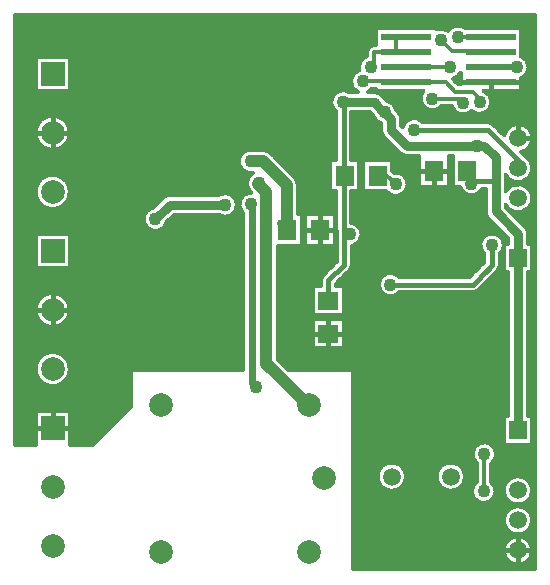
<source format=gbl>
%FSLAX43Y43*%
%MOMM*%
G71*
G01*
G75*
G04 Layer_Physical_Order=2*
%ADD10C,0.300*%
%ADD11R,1.600X1.800*%
%ADD12R,3.500X0.600*%
%ADD13R,1.600X0.300*%
%ADD14R,1.800X1.600*%
%ADD15R,4.000X3.000*%
%ADD16R,2.300X2.300*%
%ADD17R,0.900X0.950*%
%ADD18R,0.900X0.950*%
%ADD19R,0.850X1.300*%
%ADD20R,0.600X2.200*%
%ADD21R,0.600X2.200*%
%ADD22R,1.600X1.000*%
%ADD23R,5.400X5.500*%
%ADD24C,1.500*%
%ADD25C,0.800*%
%ADD26C,0.400*%
%ADD27C,0.600*%
%ADD28C,0.500*%
%ADD29C,1.000*%
%ADD30C,0.250*%
%ADD31R,1.500X1.500*%
%ADD32C,1.500*%
%ADD33C,2.000*%
%ADD34R,2.000X2.000*%
%ADD35C,1.100*%
%ADD36R,4.200X0.600*%
D10*
X44050Y43050D02*
G03*
X43400Y43987I-1000J0D01*
G01*
Y42113D02*
G03*
X44050Y43050I-350J937D01*
G01*
X43394Y35875D02*
G03*
X44359Y37052I-235J1177D01*
G01*
X40900Y40100D02*
G03*
X40227Y41045I-1000J0D01*
G01*
X44359Y37052D02*
G03*
X41983Y37287I-1200J0D01*
G01*
X39225Y39362D02*
G03*
X40900Y40100I675J738D01*
G01*
X41060Y38209D02*
G03*
X40600Y38400I-460J-459D01*
G01*
X41060Y38210D02*
G03*
X40600Y38400I-460J-460D01*
G01*
X44359Y34512D02*
G03*
X43671Y35597I-1200J0D01*
G01*
X44009Y28941D02*
G03*
X43760Y29542I-850J0D01*
G01*
X44009Y28941D02*
G03*
X43760Y29542I-850J0D01*
G01*
X42100Y33949D02*
G03*
X44359Y34512I1059J564D01*
G01*
Y31972D02*
G03*
X42100Y32536I-1200J0D01*
G01*
Y31409D02*
G03*
X44359Y31972I1059J564D01*
G01*
X38233Y32947D02*
G03*
X40093Y32750I967J253D01*
G01*
X40400Y30850D02*
G03*
X40649Y30249I850J0D01*
G01*
X40400Y30850D02*
G03*
X40649Y30249I850J0D01*
G01*
X38706Y46355D02*
G03*
X37210Y46142I-656J-755D01*
G01*
X37623Y42075D02*
G03*
X38300Y42614I-223J975D01*
G01*
X37532Y39800D02*
G03*
X39225Y39362I968J250D01*
G01*
X37210Y46142D02*
G03*
X36200Y46267I-610J-792D01*
G01*
X35136Y41045D02*
G03*
X36700Y39800I764J-645D01*
G01*
X30985Y44935D02*
G03*
X30561Y44759I0J-600D01*
G01*
X30985Y44935D02*
G03*
X30561Y44759I0J-600D01*
G01*
X30526Y44724D02*
G03*
X30350Y44300I424J-424D01*
G01*
X30526Y44724D02*
G03*
X30350Y44300I424J-424D01*
G01*
Y43987D02*
G03*
X29729Y42812I350J-937D01*
G01*
X32836Y39416D02*
G03*
X32016Y40236I-986J-166D01*
G01*
X30436Y40950D02*
G03*
X30800Y41250I-436J900D01*
G01*
X31748Y40505D02*
G03*
X31000Y40950I-748J-405D01*
G01*
X35110Y38400D02*
G03*
X33376Y37976I-760J-650D01*
G01*
X33250Y38650D02*
G03*
X33001Y39251I-850J0D01*
G01*
X33250Y38650D02*
G03*
X33000Y39252I-850J0D01*
G01*
X31550Y37750D02*
G03*
X31799Y37149I850J0D01*
G01*
X31550Y37750D02*
G03*
X31799Y37149I850J0D01*
G01*
X33149Y35799D02*
G03*
X33750Y35550I601J601D01*
G01*
X33149Y35799D02*
G03*
X33750Y35550I601J601D01*
G01*
X30895Y38953D02*
G03*
X31550Y38296I955J297D01*
G01*
X33800Y33150D02*
G03*
X32659Y34140I-1000J0D01*
G01*
X32011Y32536D02*
G03*
X33800Y33150I789J614D01*
G01*
X41600Y27240D02*
G03*
X41950Y28000I-650J760D01*
G01*
G03*
X40300Y27240I-1000J0D01*
G01*
X44341Y7228D02*
G03*
X44341Y7228I-1200J0D01*
G01*
Y4688D02*
G03*
X44341Y4688I-1200J0D01*
G01*
Y2148D02*
G03*
X44341Y2148I-1200J0D01*
G01*
X41410Y25840D02*
G03*
X41600Y26300I-460J460D01*
G01*
X41409Y25840D02*
G03*
X41600Y26300I-459J460D01*
G01*
X39300Y24000D02*
G03*
X39760Y24191I0J650D01*
G01*
X39300Y24000D02*
G03*
X39760Y24190I0J650D01*
G01*
X33110Y25300D02*
G03*
X33110Y24000I-760J-650D01*
G01*
X40850Y9465D02*
G03*
X41300Y10300I-550J835D01*
G01*
G03*
X39650Y9540I-1000J0D01*
G01*
X41250Y7150D02*
G03*
X40850Y7950I-1000J0D01*
G01*
X39650D02*
G03*
X41250Y7150I600J-800D01*
G01*
X38658Y8400D02*
G03*
X38658Y8400I-1200J0D01*
G01*
X33658Y8400D02*
G03*
X33658Y8400I-1200J0D01*
G01*
X29729Y42812D02*
G03*
X29564Y40950I271J-962D01*
G01*
X28877D02*
G03*
X27750Y39300I-527J-850D01*
G01*
X29900Y28900D02*
G03*
X29050Y29889I-1000J0D01*
G01*
X29100Y27920D02*
G03*
X29900Y28900I-200J980D01*
G01*
X27750Y29400D02*
G03*
X27800Y29150I650J0D01*
G01*
X27750Y29400D02*
G03*
X27800Y29150I650J0D01*
G01*
X22222Y35772D02*
G03*
X21550Y36050I-672J-672D01*
G01*
X22222Y35772D02*
G03*
X21550Y36050I-672J-672D01*
G01*
X20812D02*
G03*
X20712Y34123I-312J-950D01*
G01*
G03*
X20200Y33225I488J-873D01*
G01*
X24500Y33100D02*
G03*
X24222Y33772I-950J0D01*
G01*
X24500Y33100D02*
G03*
X24222Y33772I-950J0D01*
G01*
X20200Y33225D02*
G03*
X20478Y32528I950J-25D01*
G01*
X20200Y33225D02*
G03*
X20478Y32528I950J-25D01*
G01*
X20557Y32450D02*
G03*
X19850Y30736I-7J-1000D01*
G01*
X5199Y37501D02*
G03*
X5199Y37501I-1450J0D01*
G01*
X19350Y31400D02*
G03*
X17823Y32250I-1000J0D01*
G01*
X13650D02*
G03*
X13049Y32001I0J-850D01*
G01*
X13650Y32250D02*
G03*
X13049Y32001I0J-850D01*
G01*
X17823Y30550D02*
G03*
X19350Y31400I527J850D01*
G01*
X12219Y31171D02*
G03*
X13421Y29969I229J-974D01*
G01*
X5199Y32501D02*
G03*
X5199Y32501I-1450J0D01*
G01*
X28910Y25890D02*
G03*
X29100Y26350I-460J460D01*
G01*
X28909Y25890D02*
G03*
X29100Y26350I-459J460D01*
G01*
X26644Y25463D02*
G03*
X26453Y25003I459J-460D01*
G01*
X26644Y25463D02*
G03*
X26453Y25003I460J-460D01*
G01*
X5199Y22501D02*
G03*
X5199Y22501I-1450J0D01*
G01*
X5199Y17501D02*
G03*
X5199Y17501I-1450J0D01*
G01*
X43035Y43065D02*
X43050Y43050D01*
X40850Y43065D02*
X43035D01*
X39850D02*
X40850D01*
X33650Y45605D02*
X34650D01*
X32855D02*
X33650D01*
X32800Y44400D02*
X32865Y44335D01*
X33650D02*
X34650D01*
X32865D02*
X33650D01*
X30985D02*
X32865D01*
X30700Y43050D02*
X30950Y43300D01*
X38050Y45600D02*
X38200D01*
X35900Y40400D02*
X38450D01*
X32064Y33886D02*
X32800Y33150D01*
X31259Y33886D02*
X32064D01*
X39900Y40100D02*
Y40400D01*
X33650Y41850D02*
X34550D01*
X30000D02*
X33650D01*
X36600Y45350D02*
X37557Y44393D01*
X37400Y43065D02*
X37485D01*
X34650D02*
X37400D01*
X40250Y10250D02*
X40300Y10300D01*
X40250Y7150D02*
Y10250D01*
X43400Y46300D02*
X44600D01*
X43400Y46200D02*
X44600D01*
X43400Y46100D02*
X44600D01*
X43400Y46000D02*
X44600D01*
X43400Y45900D02*
X44600D01*
X43400Y45800D02*
X44600D01*
X43400Y45700D02*
X44600D01*
X43400Y45600D02*
X44600D01*
X43400Y45500D02*
X44600D01*
X43400Y45400D02*
X44600D01*
X43400Y45300D02*
X44600D01*
X43400Y45200D02*
X44600D01*
X43400Y45100D02*
X44600D01*
X43400Y45000D02*
X44600D01*
X43400Y44900D02*
X44600D01*
X43400Y44800D02*
X44600D01*
X43400Y44700D02*
X44600D01*
X43577Y43900D02*
X44600D01*
X43712Y43800D02*
X44600D01*
X43810Y43700D02*
X44600D01*
X43885Y43600D02*
X44600D01*
X43943Y43500D02*
X44600D01*
X43400Y44600D02*
X44600D01*
X43400Y44500D02*
X44600D01*
X43400Y44400D02*
X44600D01*
X43400Y44300D02*
X44600D01*
X43400Y44200D02*
X44600D01*
X43400Y44100D02*
X44600D01*
X43400Y44000D02*
X44600D01*
X43650Y43850D02*
Y47450D01*
X43550Y43916D02*
Y47450D01*
X43450Y43967D02*
Y47450D01*
X43400Y45085D02*
Y46355D01*
X44050Y43074D02*
Y47450D01*
X43950Y43486D02*
Y47450D01*
X43850Y43650D02*
Y47450D01*
X43750Y43764D02*
Y47450D01*
X43350Y46355D02*
Y47450D01*
X43250Y46355D02*
Y47450D01*
X43150Y46355D02*
Y47450D01*
X43050Y46355D02*
Y47450D01*
X42950Y46355D02*
Y47450D01*
X43400Y44855D02*
Y45085D01*
X42850Y46355D02*
Y47450D01*
X43987Y43400D02*
X44600D01*
X44018Y43300D02*
X44600D01*
X44039Y43200D02*
X44600D01*
X44049Y43100D02*
X44600D01*
X44049Y43000D02*
X44600D01*
X44039Y42900D02*
X44600D01*
X44018Y42800D02*
X44600D01*
X43987Y42700D02*
X44600D01*
X43400Y44855D02*
Y45085D01*
Y43987D02*
Y44855D01*
X43943Y42600D02*
X44600D01*
X43885Y42500D02*
X44600D01*
X43810Y42400D02*
X44600D01*
X43711Y42300D02*
X44600D01*
X43577Y42200D02*
X44600D01*
X43400Y42100D02*
X44600D01*
X43400Y42000D02*
X44600D01*
X43400Y41900D02*
X44600D01*
X43400Y41800D02*
X44600D01*
X43510Y38200D02*
X44600D01*
X43745Y38100D02*
X44600D01*
X43400Y41700D02*
X44600D01*
X43400Y41600D02*
X44600D01*
X43400Y41500D02*
X44600D01*
X43400Y41400D02*
X44600D01*
X43400Y41300D02*
X44600D01*
X43400Y41200D02*
X44600D01*
X43400Y41100D02*
X44600D01*
X44308Y37400D02*
X44600D01*
X44334Y37300D02*
X44600D01*
X44350Y37200D02*
X44600D01*
X44358Y37100D02*
X44600D01*
X44358Y37000D02*
X44600D01*
X44350Y36900D02*
X44600D01*
X44333Y36800D02*
X44600D01*
X43896Y38000D02*
X44600D01*
X44009Y37900D02*
X44600D01*
X44098Y37800D02*
X44600D01*
X44170Y37700D02*
X44600D01*
X44227Y37600D02*
X44600D01*
X44273Y37500D02*
X44600D01*
X44307Y36700D02*
X44600D01*
X44050Y37857D02*
Y43026D01*
X43950Y37955D02*
Y42614D01*
X43850Y38034D02*
Y42450D01*
X43750Y38097D02*
Y42336D01*
X44350Y37204D02*
Y47450D01*
X44250Y37553D02*
Y47450D01*
X44150Y37730D02*
Y47450D01*
X43400Y41045D02*
Y42113D01*
X43350Y38237D02*
Y41045D01*
X43250Y38249D02*
Y41045D01*
X43650Y38147D02*
Y42250D01*
X43550Y38187D02*
Y42184D01*
X43450Y38217D02*
Y42133D01*
X44271Y36600D02*
X44600D01*
X44225Y36500D02*
X44600D01*
X44167Y36400D02*
X44600D01*
X44094Y36300D02*
X44600D01*
X44350Y34664D02*
Y36900D01*
X44250Y35013D02*
Y36551D01*
X44150Y35190D02*
Y36375D01*
X43150Y38252D02*
Y41045D01*
X43050Y38247D02*
Y41045D01*
X42950Y38234D02*
Y41045D01*
X44004Y36200D02*
X44600D01*
X42750Y46355D02*
Y47450D01*
X42650Y46355D02*
Y47450D01*
X42550Y46355D02*
Y47450D01*
X42450Y46355D02*
Y47450D01*
X42350Y46355D02*
Y47450D01*
X42250Y46355D02*
Y47450D01*
X42150Y46355D02*
Y47450D01*
X42050Y46355D02*
Y47450D01*
X38068Y46600D02*
X44600D01*
X38486Y46500D02*
X44600D01*
X38650Y46400D02*
X44600D01*
X38706Y46355D02*
X43400D01*
X40336Y41000D02*
X44600D01*
X40227Y41045D02*
X43400D01*
X40817Y40500D02*
X44600D01*
X40854Y40400D02*
X44600D01*
X40880Y40300D02*
X44600D01*
X40895Y40200D02*
X44600D01*
X40900Y40100D02*
X44600D01*
X40895Y40000D02*
X44600D01*
X40880Y39900D02*
X44600D01*
X40500Y40900D02*
X44600D01*
X40614Y40800D02*
X44600D01*
X40700Y40700D02*
X44600D01*
X40766Y40600D02*
X44600D01*
X40854Y39800D02*
X44600D01*
X40816Y39700D02*
X44600D01*
X40766Y39600D02*
X44600D01*
X41950Y46355D02*
Y47450D01*
X41850Y46355D02*
Y47450D01*
X41750Y46355D02*
Y47450D01*
X41650Y46355D02*
Y47450D01*
X41550Y46355D02*
Y47450D01*
X41450Y46355D02*
Y47450D01*
X41350Y46355D02*
Y47450D01*
X41250Y46355D02*
Y47450D01*
X41150Y46355D02*
Y47450D01*
X41050Y46355D02*
Y47450D01*
X40950Y46355D02*
Y47450D01*
X40850Y46355D02*
Y47450D01*
X40750Y46355D02*
Y47450D01*
X40650Y46355D02*
Y47450D01*
X40550Y46355D02*
Y47450D01*
X40450Y46355D02*
Y47450D01*
X40550Y40860D02*
Y41045D01*
X40850Y40413D02*
Y41045D01*
X40750Y40627D02*
Y41045D01*
X40650Y40762D02*
Y41045D01*
X40350Y46355D02*
Y47450D01*
X40250Y46355D02*
Y47450D01*
X40150Y46355D02*
Y47450D01*
X40050Y46355D02*
Y47450D01*
X40450Y40935D02*
Y41045D01*
X42850Y38212D02*
Y41045D01*
X42750Y38180D02*
Y41045D01*
X42650Y38139D02*
Y41045D01*
X42550Y38086D02*
Y41045D01*
X42450Y38020D02*
Y41045D01*
X42350Y37938D02*
Y41045D01*
X42250Y37835D02*
Y41045D01*
X42150Y37701D02*
Y41045D01*
X40700Y39500D02*
X44600D01*
X40614Y39400D02*
X44600D01*
X40500Y39300D02*
X44600D01*
X40336Y39200D02*
X44600D01*
X38812Y39100D02*
X44600D01*
X33175Y39000D02*
X44600D01*
X33212Y38900D02*
X44600D01*
X41169Y38100D02*
X42574D01*
X41269Y38000D02*
X42423D01*
X41369Y37900D02*
X42310D01*
X41469Y37800D02*
X42221D01*
X41569Y37700D02*
X42149D01*
X41669Y37600D02*
X42092D01*
X33237Y38800D02*
X44600D01*
X34663Y38700D02*
X44600D01*
X34877Y38600D02*
X44600D01*
X35012Y38500D02*
X44600D01*
X40613Y38400D02*
X44600D01*
X40947Y38300D02*
X44600D01*
X41069Y38200D02*
X42809D01*
X42050Y37509D02*
Y41045D01*
X41650Y37620D02*
Y41045D01*
X41550Y37720D02*
Y41045D01*
X41450Y37820D02*
Y41045D01*
X41950Y37320D02*
Y41045D01*
X41850Y37420D02*
Y41045D01*
X41750Y37520D02*
Y41045D01*
X41050Y38219D02*
Y41045D01*
X40950Y38298D02*
Y41045D01*
X40850Y38350D02*
Y39787D01*
X41350Y37920D02*
Y41045D01*
X41250Y38020D02*
Y41045D01*
X41150Y38120D02*
Y41045D01*
X40750Y38383D02*
Y39573D01*
X40650Y38398D02*
Y39438D01*
X41769Y37500D02*
X42046D01*
X41869Y37400D02*
X42011D01*
X41060Y38209D02*
X41983Y37287D01*
X40550Y38400D02*
Y39340D01*
X40450Y38400D02*
Y39265D01*
X40350Y38400D02*
Y39207D01*
X40250Y38400D02*
Y39163D01*
X40150Y38400D02*
Y39132D01*
X35110Y38400D02*
X40600D01*
X40050D02*
Y39111D01*
X44065Y35300D02*
X44600D01*
X44143Y35200D02*
X44600D01*
X44206Y35100D02*
X44600D01*
X44256Y35000D02*
X44600D01*
X44295Y34900D02*
X44600D01*
X44324Y34800D02*
X44600D01*
X44345Y34700D02*
X44600D01*
X44356Y34600D02*
X44600D01*
X43890Y36100D02*
X44600D01*
X43736Y36000D02*
X44600D01*
X43494Y35900D02*
X44600D01*
X43469Y35800D02*
X44600D01*
X43569Y35700D02*
X44600D01*
X43841Y35500D02*
X44600D01*
X43967Y35400D02*
X44600D01*
X44359Y34500D02*
X44600D01*
X44354Y34400D02*
X44600D01*
X44340Y34300D02*
X44600D01*
X44318Y34200D02*
X44600D01*
X44286Y34100D02*
X44600D01*
X44245Y34000D02*
X44600D01*
X44191Y33900D02*
X44600D01*
X44125Y33800D02*
X44600D01*
X44043Y33700D02*
X44600D01*
X43939Y33600D02*
X44600D01*
X43804Y33500D02*
X44600D01*
X43610Y33400D02*
X44600D01*
X43570Y33100D02*
X44600D01*
X43779Y33000D02*
X44600D01*
X44050Y35317D02*
Y36248D01*
X43950Y35415D02*
Y36149D01*
X43850Y35494D02*
Y36071D01*
X43950Y32875D02*
Y33609D01*
X44350Y32124D02*
Y34360D01*
X44250Y32473D02*
Y34011D01*
X44150Y32650D02*
Y33834D01*
X44050Y32777D02*
Y33708D01*
X43750Y35557D02*
Y36007D01*
X43650Y35620D02*
Y35957D01*
X43394Y35875D02*
X43659Y35610D01*
X43550Y35720D02*
Y35917D01*
X43850Y32954D02*
Y33531D01*
X43750Y33017D02*
Y33467D01*
X44114Y32700D02*
X44600D01*
X44182Y32600D02*
X44600D01*
X44237Y32500D02*
X44600D01*
X44281Y32400D02*
X44600D01*
X44314Y32300D02*
X44600D01*
X44338Y32200D02*
X44600D01*
X44353Y32100D02*
X44600D01*
X43650Y33067D02*
Y33417D01*
X43550Y33107D02*
Y33377D01*
X43350Y33157D02*
Y33327D01*
X43250Y33169D02*
Y33316D01*
X43921Y32900D02*
X44600D01*
X44028Y32800D02*
X44600D01*
X43450Y33137D02*
Y33348D01*
X44359Y32000D02*
X44600D01*
X44357Y31900D02*
X44600D01*
X44347Y31800D02*
X44600D01*
X44328Y31700D02*
X44600D01*
X44300Y31600D02*
X44600D01*
X44263Y31500D02*
X44600D01*
X44214Y31400D02*
X44600D01*
X44153Y31300D02*
X44600D01*
X44078Y31200D02*
X44600D01*
X43983Y31100D02*
X44600D01*
X43863Y31000D02*
X44600D01*
X43698Y30900D02*
X44600D01*
X43416Y30800D02*
X44600D01*
X43302Y30000D02*
X44600D01*
X43402Y29900D02*
X44600D01*
X43994Y29100D02*
X44600D01*
X44007Y29000D02*
X44600D01*
X44009Y28900D02*
X44600D01*
X44009Y28800D02*
X44600D01*
X44009Y28700D02*
X44600D01*
X44009Y28600D02*
X44600D01*
X44009Y28500D02*
X44600D01*
X43502Y29800D02*
X44600D01*
X43602Y29700D02*
X44600D01*
X43702Y29600D02*
X44600D01*
X43799Y29500D02*
X44600D01*
X43875Y29400D02*
X44600D01*
X43930Y29300D02*
X44600D01*
X43969Y29200D02*
X44600D01*
X44350Y28092D02*
Y31820D01*
X43950Y29253D02*
Y31069D01*
X43850Y29437D02*
Y30991D01*
X43750Y29552D02*
Y30927D01*
X44250Y28092D02*
Y31471D01*
X44150Y28092D02*
Y31295D01*
X44050Y28092D02*
Y31168D01*
X43550Y29752D02*
Y30837D01*
X43450Y29852D02*
Y30808D01*
X43350Y29952D02*
Y30787D01*
X43250Y30052D02*
Y30776D01*
X43650Y29652D02*
Y30877D01*
X44359Y28000D02*
X44600D01*
X44359Y27900D02*
X44600D01*
X44359Y27800D02*
X44600D01*
X44359Y27700D02*
X44600D01*
X44359Y27600D02*
X44600D01*
X44359Y27500D02*
X44600D01*
X44359Y27400D02*
X44600D01*
X44009Y28400D02*
X44600D01*
X44009Y28300D02*
X44600D01*
X44009Y28092D02*
Y28941D01*
Y28200D02*
X44600D01*
X44009Y28100D02*
X44600D01*
X44359Y27300D02*
X44600D01*
X44009Y28092D02*
X44359D01*
X43150Y33172D02*
Y33312D01*
X43050Y33167D02*
Y33317D01*
X42950Y33154D02*
Y33331D01*
X42850Y33132D02*
Y33353D01*
X42750Y33100D02*
Y33384D01*
X42650Y33059D02*
Y33426D01*
X42550Y33006D02*
Y33479D01*
X42100Y33300D02*
X44600D01*
X42100Y33200D02*
X44600D01*
X42100Y33500D02*
X42515D01*
X42100Y33400D02*
X42709D01*
X42100Y33100D02*
X42749D01*
X42100Y33000D02*
X42540D01*
X42802Y30500D02*
X44600D01*
X42902Y30400D02*
X44600D01*
X42750Y30552D02*
Y30844D01*
X42850Y30452D02*
Y30813D01*
X43050Y30252D02*
Y30777D01*
X43002Y30300D02*
X44600D01*
X42950Y30352D02*
Y30791D01*
X42502Y30800D02*
X42903D01*
X42550Y30752D02*
Y30939D01*
X42402Y30900D02*
X42621D01*
X42602Y30700D02*
X44600D01*
X42702Y30600D02*
X44600D01*
X42650Y30652D02*
Y30886D01*
X42100Y33600D02*
X42380D01*
X42450Y32940D02*
Y33545D01*
X42100Y33400D02*
Y33949D01*
Y33700D02*
X42276D01*
X42250Y32755D02*
Y33730D01*
X42350Y32858D02*
Y33627D01*
X42150Y32621D02*
Y33864D01*
X42100Y32900D02*
X42398D01*
X42100Y32800D02*
X42291D01*
X42100Y32700D02*
X42205D01*
X40093Y32750D02*
X40400D01*
X42100Y32536D02*
Y33400D01*
X40066Y32700D02*
X40400D01*
X42250Y31052D02*
Y31190D01*
X42202Y31100D02*
X42335D01*
X42100Y31202D02*
Y31409D01*
X42150Y31152D02*
Y31324D01*
X42302Y31000D02*
X42456D01*
X42450Y30852D02*
Y31005D01*
X42350Y30952D02*
Y31087D01*
X40000Y32600D02*
X40400D01*
X39914Y32500D02*
X40400D01*
X39800Y32400D02*
X40400D01*
X39636Y32300D02*
X40400D01*
X33112Y32200D02*
X40400D01*
X42102Y31200D02*
X42241D01*
X40400Y30850D02*
Y32750D01*
X43102Y30200D02*
X44600D01*
X43202Y30100D02*
X44600D01*
X42100Y31202D02*
X43760Y29542D01*
X43150Y30152D02*
Y30772D01*
X41950Y28024D02*
Y28948D01*
X42050Y28092D02*
Y28848D01*
X41750Y28600D02*
Y29148D01*
X41850Y28436D02*
Y29048D01*
X29880Y29100D02*
X41798D01*
X40965Y29000D02*
X41898D01*
X29817Y29300D02*
X41598D01*
X29854Y29200D02*
X41698D01*
X40649Y30249D02*
X42309Y28589D01*
X41550Y28800D02*
X42098D01*
X41386Y28900D02*
X41998D01*
X41904Y28300D02*
X42309D01*
X41930Y28200D02*
X42309D01*
X42250Y28092D02*
Y28648D01*
X42309Y28092D02*
Y28589D01*
X41945Y28100D02*
X42309D01*
X41959Y28092D02*
X42309D01*
X42150D02*
Y28748D01*
X41750Y28600D02*
X42298D01*
X41816Y28500D02*
X42309D01*
X41664Y28700D02*
X42198D01*
X41867Y28400D02*
X42309D01*
X41816Y27500D02*
X41959D01*
X41750Y27400D02*
X41959D01*
X41664Y27300D02*
X41959D01*
X40950Y29000D02*
Y29948D01*
X41050Y28995D02*
Y29848D01*
X40850Y28995D02*
Y30048D01*
X40650Y28954D02*
Y30248D01*
X40750Y28980D02*
Y30148D01*
X40550Y28916D02*
Y30368D01*
X29336Y29800D02*
X41098D01*
X29500Y29700D02*
X41198D01*
X40450Y28866D02*
Y30564D01*
X40350Y28800D02*
Y32750D01*
X40250Y28714D02*
Y32750D01*
X40150Y28600D02*
Y32750D01*
X41250Y28954D02*
Y29648D01*
X41350Y28917D02*
Y29548D01*
X41150Y28980D02*
Y29748D01*
X29895Y29000D02*
X40935D01*
X41550Y28800D02*
Y29348D01*
X41650Y28714D02*
Y29248D01*
X41450Y28866D02*
Y29448D01*
X29700Y29500D02*
X41398D01*
X29766Y29400D02*
X41498D01*
X29614Y29600D02*
X41298D01*
X29900Y28900D02*
X40514D01*
X29895Y28800D02*
X40350D01*
X29880Y28700D02*
X40236D01*
X29854Y28600D02*
X40150D01*
X39950Y46355D02*
Y47450D01*
X39850Y46355D02*
Y47450D01*
X39750Y46355D02*
Y47450D01*
X39650Y46355D02*
Y47450D01*
X39550Y46355D02*
Y47450D01*
X39450Y46355D02*
Y47450D01*
X39350Y46355D02*
Y47450D01*
X39250Y46355D02*
Y47450D01*
X39150Y46355D02*
Y47450D01*
X39050Y46355D02*
Y47450D01*
X38650Y46400D02*
Y47450D01*
X38550Y46466D02*
Y47450D01*
X38950Y46355D02*
Y47450D01*
X38850Y46355D02*
Y47450D01*
X38750Y46355D02*
Y47450D01*
X38350Y46554D02*
Y47450D01*
X38250Y46580D02*
Y47450D01*
X38150Y46595D02*
Y47450D01*
X38050Y46600D02*
Y47450D01*
X38450Y46517D02*
Y47450D01*
X37950Y46595D02*
Y47450D01*
X37850Y46580D02*
Y47450D01*
X37750Y46554D02*
Y47450D01*
X37650Y46516D02*
Y47450D01*
X37550Y46466D02*
Y47450D01*
X37450Y46400D02*
Y47450D01*
X37350Y46314D02*
Y47450D01*
X36913Y46300D02*
X37336D01*
X36850Y46318D02*
Y47450D01*
X36750Y46339D02*
Y47450D01*
X36650Y46349D02*
Y47450D01*
X36550Y46349D02*
Y47450D01*
X36450Y46339D02*
Y47450D01*
X36350Y46318D02*
Y47450D01*
X36150Y46355D02*
Y47450D01*
X36050Y46355D02*
Y47450D01*
X35950Y46355D02*
Y47450D01*
X35850Y46355D02*
Y47450D01*
X35750Y46355D02*
Y47450D01*
X35650Y46355D02*
Y47450D01*
X35550Y46355D02*
Y47450D01*
X35450Y46355D02*
Y47450D01*
X35350Y46355D02*
Y47450D01*
X35250Y46355D02*
Y47450D01*
X35150Y46355D02*
Y47450D01*
X35050Y46355D02*
Y47450D01*
X34950Y46355D02*
Y47450D01*
X34850Y46355D02*
Y47450D01*
X34750Y46355D02*
Y47450D01*
X34650Y46355D02*
Y47450D01*
X34550Y46355D02*
Y47450D01*
X34450Y46355D02*
Y47450D01*
X34350Y46355D02*
Y47450D01*
X34250Y46355D02*
Y47450D01*
X34150Y46355D02*
Y47450D01*
X34050Y46355D02*
Y47450D01*
X33950Y46355D02*
Y47450D01*
X33850Y46355D02*
Y47450D01*
X38300Y42315D02*
Y42545D01*
X38160Y42400D02*
X38300D01*
Y42315D02*
Y42545D01*
X38061Y42300D02*
X38300D01*
X38250Y41600D02*
Y42523D01*
X38300Y41600D02*
Y42315D01*
X38150Y41600D02*
Y42388D01*
X38050Y41649D02*
Y42290D01*
X37927Y42200D02*
X38300D01*
X37250Y46200D02*
Y47450D01*
X37712Y42100D02*
X38300D01*
X37950Y41749D02*
Y42215D01*
X37850Y41849D02*
Y42157D01*
X37699Y42000D02*
X38300D01*
X37799Y41900D02*
X38300D01*
X37750Y41949D02*
Y42113D01*
X37899Y41800D02*
X38300D01*
X37999Y41700D02*
X38300D01*
X38099Y41600D02*
X38300D01*
X37623Y42075D02*
X38099Y41600D01*
X36700Y39800D02*
X37532D01*
X36700Y39800D02*
X37532D01*
X36614Y39700D02*
X37563D01*
X37450Y38400D02*
Y39800D01*
X37550Y38400D02*
Y39739D01*
X37350Y38400D02*
Y39800D01*
X37150Y46185D02*
Y47450D01*
X37050Y46243D02*
Y47450D01*
X36950Y46287D02*
Y47450D01*
X36250Y46287D02*
Y47450D01*
X37127Y46200D02*
X37250D01*
X35050Y40926D02*
Y41045D01*
X34950Y40711D02*
Y41045D01*
X34550Y38730D02*
Y41045D01*
X34450Y38745D02*
Y41045D01*
X34850Y38616D02*
Y41045D01*
X34750Y38667D02*
Y41045D01*
X34650Y38704D02*
Y41045D01*
X37250Y38400D02*
Y39800D01*
X37150Y38400D02*
Y39800D01*
X37050Y38400D02*
Y39800D01*
X36950Y38400D02*
Y39800D01*
X36850Y38400D02*
Y39800D01*
X36750Y38400D02*
Y39800D01*
X36650Y38400D02*
Y39738D01*
X34350Y38750D02*
Y41045D01*
X34250Y38745D02*
Y41045D01*
X34150Y38730D02*
Y41045D01*
X34050Y38704D02*
Y41045D01*
X34950Y38550D02*
Y40089D01*
X35050Y38464D02*
Y39874D01*
X33950Y38666D02*
Y41045D01*
X33750Y46355D02*
Y47450D01*
X33650Y46355D02*
Y47450D01*
X33550Y46355D02*
Y47450D01*
X33450Y46355D02*
Y47450D01*
X33350Y46355D02*
Y47450D01*
X33250Y46355D02*
Y47450D01*
X33150Y46355D02*
Y47450D01*
X33050Y46355D02*
Y47450D01*
X32950Y46355D02*
Y47450D01*
X32850Y46355D02*
Y47450D01*
X32750Y46355D02*
Y47450D01*
X32650Y46355D02*
Y47450D01*
X32550Y46355D02*
Y47450D01*
X32450Y46355D02*
Y47450D01*
X32350Y46355D02*
Y47450D01*
X32250Y46355D02*
Y47450D01*
X32150Y46355D02*
Y47450D01*
X32050Y46355D02*
Y47450D01*
X31950Y46355D02*
Y47450D01*
X31850Y46355D02*
Y47450D01*
X31750Y46355D02*
Y47450D01*
X31650Y46355D02*
Y47450D01*
X31550Y46355D02*
Y47450D01*
X31450Y46355D02*
Y47450D01*
X31350Y46355D02*
Y47450D01*
X31250Y46355D02*
Y47450D01*
X31150Y46355D02*
Y47450D01*
X31100Y46355D02*
X36200D01*
X31100Y45085D02*
Y46355D01*
X31050Y44935D02*
Y47450D01*
X30950Y44934D02*
Y47450D01*
X30850Y44920D02*
Y47450D01*
X30750Y44887D02*
Y47450D01*
X30650Y44833D02*
Y47450D01*
X30450Y44631D02*
Y47450D01*
X30350Y43987D02*
Y47450D01*
X30250Y43943D02*
Y47450D01*
X30150Y43885D02*
Y47450D01*
X30050Y43810D02*
Y47450D01*
X29950Y43711D02*
Y47450D01*
X29850Y43576D02*
Y47450D01*
X29750Y43361D02*
Y47450D01*
X29650Y42787D02*
Y47450D01*
X31100Y44935D02*
Y45085D01*
Y44935D02*
Y45085D01*
X30985Y44935D02*
X31100D01*
X30800Y41250D02*
X31100D01*
X30350Y43987D02*
Y44300D01*
X29550Y42743D02*
Y47450D01*
X29450Y42685D02*
Y47450D01*
X29350Y42610D02*
Y47450D01*
X29250Y42511D02*
Y47450D01*
X33850Y38616D02*
Y41045D01*
X33750Y38550D02*
Y41045D01*
X33250Y38671D02*
Y41045D01*
X33150Y39050D02*
Y41045D01*
X33650Y38464D02*
Y41045D01*
X33550Y38350D02*
Y41045D01*
X33450Y38185D02*
Y41045D01*
X33350Y38002D02*
Y41045D01*
X31100D02*
X35136D01*
X30527Y41000D02*
X35100D01*
X32750Y39686D02*
Y41045D01*
X32650Y39850D02*
Y41045D01*
X33050Y39198D02*
Y41045D01*
X32950Y39302D02*
Y41045D01*
X32850Y39402D02*
Y41045D01*
X32377Y40100D02*
X34946D01*
X32610Y39900D02*
X35034D01*
X32163Y40200D02*
X34920D01*
X32512Y40000D02*
X34984D01*
X32685Y39800D02*
X35100D01*
X32550Y39964D02*
Y41045D01*
X31288Y40900D02*
X35034D01*
X31482Y40800D02*
X34983D01*
X31602Y40700D02*
X34946D01*
X31687Y40600D02*
X34920D01*
X31752Y40500D02*
X34905D01*
X31852Y40400D02*
X34900D01*
X31952Y40300D02*
X34905D01*
X31100Y41045D02*
Y41250D01*
X31050Y40949D02*
Y41250D01*
X30950Y40950D02*
Y41250D01*
X30850Y40950D02*
Y41250D01*
X32450Y40050D02*
Y41045D01*
X32350Y40116D02*
Y41045D01*
X32250Y40167D02*
Y41045D01*
X30760Y41200D02*
X31100D01*
X30661Y41100D02*
X31100D01*
X30750Y40950D02*
Y41188D01*
X30650Y40950D02*
Y41090D01*
X29350Y40950D02*
Y41090D01*
X29250Y40950D02*
Y41189D01*
X31950Y40302D02*
Y41045D01*
X31850Y40402D02*
Y41045D01*
X31750Y40502D02*
Y41045D01*
X31650Y40648D02*
Y41045D01*
X32150Y40204D02*
Y41045D01*
X32050Y40230D02*
Y41045D01*
X31748Y40505D02*
X32016Y40236D01*
X31450Y40821D02*
Y41045D01*
X31250Y40912D02*
Y41045D01*
X31150Y40937D02*
Y41045D01*
X30436Y40950D02*
X30950D01*
X31550Y40748D02*
Y41045D01*
X31350Y40875D02*
Y41045D01*
X39950Y38400D02*
Y39101D01*
X39850Y38400D02*
Y39101D01*
X39161Y39300D02*
X39300D01*
X39027Y39200D02*
X39464D01*
X39350Y38400D02*
Y39265D01*
X39450Y38400D02*
Y39207D01*
X39250Y38400D02*
Y39340D01*
X39150Y38400D02*
Y39290D01*
X39050Y38400D02*
Y39215D01*
X37950Y38400D02*
Y39215D01*
X36500Y39600D02*
X37607D01*
X36336Y39500D02*
X37665D01*
X37750Y38400D02*
Y39389D01*
X37850Y38400D02*
Y39290D01*
X37650Y38400D02*
Y39524D01*
X39750Y38400D02*
Y39111D01*
X39650Y38400D02*
Y39132D01*
X39550Y38400D02*
Y39163D01*
X38950Y38400D02*
Y39157D01*
X38850Y38400D02*
Y39113D01*
X38750Y38400D02*
Y39082D01*
X38650Y38400D02*
Y39061D01*
X38550Y38400D02*
Y39051D01*
X38450Y38400D02*
Y39051D01*
X33121Y39100D02*
X38188D01*
X38350Y38400D02*
Y39061D01*
X38150Y38400D02*
Y39113D01*
X38250Y38400D02*
Y39082D01*
X38050Y38400D02*
Y39157D01*
X36550Y38400D02*
Y39640D01*
X36450Y38400D02*
Y39565D01*
X36350Y38400D02*
Y39507D01*
X36250Y38400D02*
Y39463D01*
X36150Y38400D02*
Y39432D01*
X36050Y38400D02*
Y39411D01*
X35950Y38400D02*
Y39401D01*
X35850Y38400D02*
Y39401D01*
X35650Y38400D02*
Y39432D01*
X35750Y38400D02*
Y39411D01*
X35450Y38400D02*
Y39507D01*
X35550Y38400D02*
Y39463D01*
X35250Y38400D02*
Y39640D01*
X35350Y38400D02*
Y39565D01*
X35150Y38400D02*
Y39739D01*
X37303Y35550D02*
X37603D01*
X33249Y38700D02*
X34037D01*
X33250Y38600D02*
X33823D01*
X37303Y35500D02*
X37603D01*
X37303Y35400D02*
X37603D01*
X33750Y35550D02*
X34803D01*
X33250Y38500D02*
X33688D01*
X33250Y38400D02*
X33590D01*
X33250Y38300D02*
X33515D01*
X33250Y38200D02*
X33457D01*
X33252Y38100D02*
X33413D01*
X33250Y38102D02*
X33376Y37976D01*
X33250Y38102D02*
Y38650D01*
X37303Y35300D02*
X37603D01*
X37303Y35200D02*
X37603D01*
X37303Y35100D02*
X37603D01*
X37303Y35000D02*
X37603D01*
X37303Y34900D02*
X37603D01*
X37303Y34800D02*
X37603D01*
X37303Y34700D02*
X37603D01*
X37303Y34600D02*
X37603D01*
X37303Y34500D02*
X37603D01*
X37303Y34400D02*
X37603D01*
X37303Y34300D02*
X37603D01*
X37303Y34200D02*
X37603D01*
X37303Y34100D02*
X37603D01*
X37303Y34000D02*
X37603D01*
X37303Y33900D02*
X37603D01*
X37303Y33800D02*
X37603D01*
X37303Y33700D02*
X37603D01*
X37303Y33600D02*
X37603D01*
X37303Y33500D02*
X37603D01*
Y32947D02*
X38233D01*
X40050Y28435D02*
Y32673D01*
X37303Y33400D02*
X37603D01*
X33737Y32800D02*
X38284D01*
X33635Y32600D02*
X38400D01*
X33768Y32900D02*
X38246D01*
X33693Y32700D02*
X38334D01*
X33461Y32400D02*
X38600D01*
X33327Y32300D02*
X38764D01*
X33560Y32500D02*
X38486D01*
X33750Y33463D02*
Y35550D01*
X37603Y32947D02*
Y35550D01*
X37303Y32947D02*
Y35550D01*
X34803Y32947D02*
Y35550D01*
X33450Y33910D02*
Y35605D01*
X33327Y34000D02*
X34803D01*
X33250Y34043D02*
Y35713D01*
X33350Y33985D02*
Y35650D01*
X33650Y33677D02*
Y35556D01*
X33462Y33900D02*
X34803D01*
X33550Y33812D02*
Y35574D01*
X37303Y33300D02*
X37603D01*
X37303Y33200D02*
X37603D01*
X33737Y33500D02*
X34803D01*
X33768Y33400D02*
X34803D01*
X37303Y33100D02*
X37603D01*
X37303Y33000D02*
X37603D01*
X34803Y32947D02*
X37303D01*
X33560Y33800D02*
X34803D01*
X33635Y33700D02*
X34803D01*
X33693Y33600D02*
X34803D01*
X33789Y33300D02*
X34803D01*
X33799Y33200D02*
X34803D01*
X33799Y33100D02*
X34803D01*
X33789Y33000D02*
X34803D01*
X32852Y39400D02*
X37740D01*
X32952Y39300D02*
X37839D01*
X32743Y39700D02*
X35186D01*
X32818Y39500D02*
X35464D01*
X33048Y39200D02*
X37973D01*
X32836Y39416D02*
X33000Y39252D01*
X32787Y39600D02*
X35300D01*
X31799Y37149D02*
X33149Y35799D01*
X31750Y35236D02*
Y37203D01*
X31850Y35236D02*
Y37098D01*
X31650Y35236D02*
Y37350D01*
X32509Y35200D02*
X34803D01*
X32509Y35100D02*
X34803D01*
X32509Y35000D02*
X34803D01*
X32509Y34900D02*
X34803D01*
X32509Y34800D02*
X34803D01*
X32350Y35236D02*
Y36598D01*
X32450Y35236D02*
Y36498D01*
X32150Y35236D02*
Y36798D01*
X32250Y35236D02*
Y36698D01*
X32050Y35236D02*
Y36898D01*
X30009Y35236D02*
X32509D01*
X31950D02*
Y36998D01*
X30598Y39250D02*
X30895Y38953D01*
X30750Y35236D02*
Y39098D01*
X30550Y35236D02*
Y39250D01*
X30650Y35236D02*
Y39198D01*
X30450Y35236D02*
Y39250D01*
X30350Y35236D02*
Y39250D01*
X30250Y35236D02*
Y39250D01*
X30150Y35236D02*
Y39250D01*
X30050Y35236D02*
Y39250D01*
X29650Y35236D02*
Y39250D01*
X29550Y35236D02*
Y39250D01*
X29450Y35236D02*
Y39250D01*
X29350Y35236D02*
Y39250D01*
X29250Y35236D02*
Y39250D01*
X31550Y37750D02*
Y38296D01*
X31550Y35236D02*
Y38296D01*
X31450Y35236D02*
Y38334D01*
X31350Y35236D02*
Y38384D01*
X31150Y35236D02*
Y38536D01*
X31250Y35236D02*
Y38450D01*
X31050Y35236D02*
Y38650D01*
X30950Y35236D02*
Y38815D01*
X30850Y35236D02*
Y38998D01*
X29709Y35200D02*
X30009D01*
X29709Y35100D02*
X30009D01*
X29709Y35000D02*
X30009D01*
X29709Y34900D02*
X30009D01*
X32750Y34149D02*
Y36198D01*
X32850Y34149D02*
Y36098D01*
X32550Y34249D02*
Y36398D01*
X32509Y34290D02*
Y35236D01*
X33050Y34118D02*
Y35898D01*
X33150Y34087D02*
Y35798D01*
X32650Y34149D02*
Y36298D01*
X32950Y34139D02*
Y35998D01*
X32509Y34700D02*
X34803D01*
X32509Y34600D02*
X34803D01*
X29709Y34800D02*
X30009D01*
X29709Y34700D02*
X30009D01*
X29709Y34600D02*
X30009D01*
X32509Y34500D02*
X34803D01*
X29709D02*
X30009D01*
X32509Y34400D02*
X34803D01*
X32509Y34300D02*
X34803D01*
X32509Y34290D02*
X32659Y34140D01*
X32599Y34200D02*
X34803D01*
X33113Y34100D02*
X34803D01*
X29816Y28500D02*
X40084D01*
X29766Y28400D02*
X40033D01*
X30009Y32536D02*
X32011D01*
X29700Y28300D02*
X39996D01*
X29614Y28200D02*
X39970D01*
X29500Y28100D02*
X39955D01*
X29336Y28000D02*
X39950D01*
X29709Y34400D02*
X30009D01*
X29709Y34300D02*
X30009D01*
Y32536D02*
Y35236D01*
X29709Y34200D02*
X30009D01*
X29850Y29213D02*
Y39250D01*
X29709Y32536D02*
Y35236D01*
X29750Y29427D02*
Y39250D01*
X29709Y34100D02*
X30009D01*
X29709Y34000D02*
X30009D01*
X29709Y33900D02*
X30009D01*
X29709Y33800D02*
X30009D01*
X29709Y33700D02*
X30009D01*
X29709Y33600D02*
X30009D01*
X29709Y33500D02*
X30009D01*
X29709Y33400D02*
X30009D01*
X29709Y33300D02*
X30009D01*
X29709Y33200D02*
X30009D01*
X29709Y33100D02*
X30009D01*
X29709Y33000D02*
X30009D01*
X29709Y32900D02*
X30009D01*
X29709Y32800D02*
X30009D01*
X29709Y32700D02*
X30009D01*
X29709Y32600D02*
X30009D01*
X29450Y29735D02*
Y32536D01*
X29250Y29837D02*
Y32536D01*
X29650Y29562D02*
Y32536D01*
X29550Y29660D02*
Y32536D01*
X29350Y29793D02*
Y32536D01*
X44359Y27200D02*
X44600D01*
X44359Y27100D02*
X44600D01*
X44359Y27000D02*
X44600D01*
X44359Y26900D02*
X44600D01*
X44359Y26800D02*
X44600D01*
X44359Y26700D02*
X44600D01*
X44359Y26600D02*
X44600D01*
X44359Y26500D02*
X44600D01*
X44359Y26400D02*
X44600D01*
X44359Y26300D02*
X44600D01*
X44359Y26200D02*
X44600D01*
X44359Y26100D02*
X44600D01*
X44359Y26000D02*
X44600D01*
X44359Y25900D02*
X44600D01*
X44359Y25800D02*
X44600D01*
X44359Y25700D02*
X44600D01*
X43991Y25600D02*
X44600D01*
X43991Y25500D02*
X44600D01*
X43991Y25400D02*
X44600D01*
X43991Y25300D02*
X44600D01*
X43991Y25200D02*
X44600D01*
X43991Y25100D02*
X44600D01*
X43991Y25000D02*
X44600D01*
X43991Y24900D02*
X44600D01*
X43991Y24800D02*
X44600D01*
X43991Y24700D02*
X44600D01*
X43991Y24600D02*
X44600D01*
X43991Y24500D02*
X44600D01*
X43991Y24400D02*
X44600D01*
X43991Y24300D02*
X44600D01*
X43991Y24200D02*
X44600D01*
X44359Y25692D02*
Y28092D01*
X43991Y25692D02*
X44359D01*
X43991Y24100D02*
X44600D01*
X43991Y24000D02*
X44600D01*
X43991Y23900D02*
X44600D01*
X43991Y23800D02*
X44600D01*
X43991Y23700D02*
X44600D01*
X43991Y23600D02*
X44600D01*
X43991Y23500D02*
X44600D01*
X43991Y23400D02*
X44600D01*
X43991Y23300D02*
X44600D01*
X43991Y23200D02*
X44600D01*
X43991Y23100D02*
X44600D01*
X43991Y23000D02*
X44600D01*
X43991Y22900D02*
X44600D01*
X43991Y22800D02*
X44600D01*
X43991Y22700D02*
X44600D01*
X43991Y22600D02*
X44600D01*
X43991Y22500D02*
X44600D01*
X43991Y22400D02*
X44600D01*
X43991Y22300D02*
X44600D01*
X43991Y22200D02*
X44600D01*
X43991Y22100D02*
X44600D01*
X43991Y22000D02*
X44600D01*
X43991Y21900D02*
X44600D01*
X43991Y21800D02*
X44600D01*
X43991Y21700D02*
X44600D01*
X43991Y21600D02*
X44600D01*
X43991Y21500D02*
X44600D01*
X43991Y21400D02*
X44600D01*
X43991Y21300D02*
X44600D01*
X43991Y21200D02*
X44600D01*
X43991Y21100D02*
X44600D01*
X43991Y21000D02*
X44600D01*
X43991Y20900D02*
X44600D01*
X43991Y20800D02*
X44600D01*
X43991Y20700D02*
X44600D01*
X43991Y20600D02*
X44600D01*
X43991Y20500D02*
X44600D01*
X43991Y20400D02*
X44600D01*
X43991Y20300D02*
X44600D01*
X43991Y20200D02*
X44600D01*
X44341Y13500D02*
X44600D01*
X44341Y13400D02*
X44600D01*
X44341Y13300D02*
X44600D01*
X44341Y13200D02*
X44600D01*
X44341Y13100D02*
X44600D01*
X44341Y13000D02*
X44600D01*
X44341Y12900D02*
X44600D01*
X43991Y20100D02*
X44600D01*
X43991Y20000D02*
X44600D01*
X43991Y19900D02*
X44600D01*
X43991Y19800D02*
X44600D01*
X43991Y19700D02*
X44600D01*
X43991Y19600D02*
X44600D01*
X43991Y19500D02*
X44600D01*
X44341Y12800D02*
X44600D01*
X44341Y12700D02*
X44600D01*
Y550D02*
Y47450D01*
X44341Y11108D02*
Y13508D01*
X44550Y550D02*
Y47450D01*
X44450Y550D02*
Y47450D01*
X44350Y550D02*
Y25692D01*
X44250Y13508D02*
Y25692D01*
X44150Y13508D02*
Y25692D01*
X44050Y13508D02*
Y25692D01*
X43991Y13508D02*
Y25692D01*
X44341Y12600D02*
X44600D01*
X44341Y12500D02*
X44600D01*
X44341Y12400D02*
X44600D01*
X44341Y12300D02*
X44600D01*
X44341Y12200D02*
X44600D01*
X44341Y12100D02*
X44600D01*
X44341Y12000D02*
X44600D01*
X44341Y11900D02*
X44600D01*
X44341Y11800D02*
X44600D01*
X44341Y11700D02*
X44600D01*
X44341Y11600D02*
X44600D01*
X44341Y11500D02*
X44600D01*
X44341Y11400D02*
X44600D01*
X44341Y11300D02*
X44600D01*
X44341Y11200D02*
X44600D01*
X44250Y7686D02*
Y11108D01*
X44150Y7877D02*
Y11108D01*
X43991Y19400D02*
X44600D01*
X43991Y19300D02*
X44600D01*
X43991Y19200D02*
X44600D01*
X43991Y19100D02*
X44600D01*
X43991Y19000D02*
X44600D01*
X43991Y18900D02*
X44600D01*
X43991Y18800D02*
X44600D01*
X43991Y18700D02*
X44600D01*
X43991Y18600D02*
X44600D01*
X43991Y18500D02*
X44600D01*
X43991Y18400D02*
X44600D01*
X43991Y18300D02*
X44600D01*
X43991Y18200D02*
X44600D01*
X43991Y18100D02*
X44600D01*
X43991Y18000D02*
X44600D01*
X43991Y17900D02*
X44600D01*
X43991Y17800D02*
X44600D01*
X43991Y17700D02*
X44600D01*
X43991Y17600D02*
X44600D01*
X43991Y17500D02*
X44600D01*
X43991Y17400D02*
X44600D01*
X43991Y17300D02*
X44600D01*
X43991Y17200D02*
X44600D01*
X43991Y17100D02*
X44600D01*
X43991Y17000D02*
X44600D01*
X43991Y16900D02*
X44600D01*
X43991Y16800D02*
X44600D01*
X43991Y16700D02*
X44600D01*
X43991Y16600D02*
X44600D01*
X41600Y27200D02*
X41959D01*
X41600Y27100D02*
X41959D01*
X41600Y27000D02*
X41959D01*
Y25692D02*
X42291D01*
X41169Y25600D02*
X42291D01*
X41069Y25500D02*
X42291D01*
X40969Y25400D02*
X42291D01*
X40869Y25300D02*
X42291D01*
X40769Y25200D02*
X42291D01*
X40669Y25100D02*
X42291D01*
X40569Y25000D02*
X42291D01*
X40469Y24900D02*
X42291D01*
X40369Y24800D02*
X42291D01*
X40269Y24700D02*
X42291D01*
X40169Y24600D02*
X42291D01*
X40069Y24500D02*
X42291D01*
X43991Y16500D02*
X44600D01*
X43991Y16400D02*
X44600D01*
X39969Y24400D02*
X42291D01*
X39869Y24300D02*
X42291D01*
X39769Y24200D02*
X42291D01*
X39646Y24100D02*
X42291D01*
X33110Y24000D02*
X42291D01*
X33011Y23900D02*
X42291D01*
X32877Y23800D02*
X42291D01*
X32662Y23700D02*
X42291D01*
X43991Y16300D02*
X44600D01*
X43991Y16200D02*
X44600D01*
X43991Y16100D02*
X44600D01*
X43991Y16000D02*
X44600D01*
X43991Y15900D02*
X44600D01*
X43991Y15800D02*
X44600D01*
X43991Y15700D02*
X44600D01*
X43991Y15600D02*
X44600D01*
X43991Y15500D02*
X44600D01*
X43991Y15400D02*
X44600D01*
X43991Y15300D02*
X44600D01*
X43991Y15200D02*
X44600D01*
X43991Y15100D02*
X44600D01*
X43991Y15000D02*
X44600D01*
X43991Y14900D02*
X44600D01*
X43991Y14800D02*
X44600D01*
X43991Y14700D02*
X44600D01*
X43991Y14600D02*
X44600D01*
X43991Y14500D02*
X44600D01*
X43991Y14400D02*
X44600D01*
X43991Y14300D02*
X44600D01*
X43991Y14200D02*
X44600D01*
X43991Y14100D02*
X44600D01*
X43991Y14000D02*
X44600D01*
X43991Y13900D02*
X44600D01*
X43991Y13800D02*
X44600D01*
X43991Y13700D02*
X44600D01*
X43991Y13600D02*
X44600D01*
X40900Y11100D02*
X44600D01*
X43991Y13508D02*
X44341D01*
X43750Y8262D02*
Y11108D01*
X43650Y8314D02*
Y11108D01*
X43550Y8356D02*
Y11108D01*
X44050Y8011D02*
Y11108D01*
X43950Y8114D02*
Y11108D01*
X43850Y8196D02*
Y11108D01*
X42291Y13508D02*
Y25692D01*
X42250Y13508D02*
Y25692D01*
X42150Y13508D02*
Y25692D01*
X42050Y13508D02*
Y25692D01*
X41941Y11108D02*
X44341D01*
X43450Y8387D02*
Y11108D01*
X41941Y13508D02*
X42291D01*
X43350Y8409D02*
Y11108D01*
X43250Y8423D02*
Y11108D01*
X43150Y8428D02*
Y11108D01*
X43050Y8424D02*
Y11108D01*
X42950Y8413D02*
Y11108D01*
X42850Y8392D02*
Y11108D01*
X42750Y8362D02*
Y11108D01*
X42650Y8323D02*
Y11108D01*
X42550Y8272D02*
Y11108D01*
X42450Y8209D02*
Y11108D01*
X42350Y8130D02*
Y11108D01*
X42250Y8032D02*
Y11108D01*
X42150Y7905D02*
Y11108D01*
X42050Y7728D02*
Y11108D01*
X44244Y7700D02*
X44600D01*
X44281Y7600D02*
X44600D01*
X44309Y7500D02*
X44600D01*
X44328Y7400D02*
X44600D01*
X44338Y7300D02*
X44600D01*
X44340Y7200D02*
X44600D01*
X44334Y7100D02*
X44600D01*
X44319Y7000D02*
X44600D01*
X43398Y8400D02*
X44600D01*
X43680Y8300D02*
X44600D01*
X43844Y8200D02*
X44600D01*
X43965Y8100D02*
X44600D01*
X44059Y8000D02*
X44600D01*
X44135Y7900D02*
X44600D01*
X44195Y7800D02*
X44600D01*
X44295Y6900D02*
X44600D01*
X44262Y6800D02*
X44600D01*
X44218Y6700D02*
X44600D01*
X44163Y6600D02*
X44600D01*
X44095Y6500D02*
X44600D01*
X44009Y6400D02*
X44600D01*
X44106Y5400D02*
X44600D01*
X43902Y6300D02*
X44600D01*
X43760Y6200D02*
X44600D01*
X43550Y6100D02*
X44600D01*
X43591Y5800D02*
X44600D01*
X43785Y5700D02*
X44600D01*
X43920Y5600D02*
X44600D01*
X44024Y5500D02*
X44600D01*
X43950Y5574D02*
Y6342D01*
X43850Y5656D02*
Y6260D01*
X43750Y5722D02*
Y6194D01*
X43650Y5774D02*
Y6141D01*
X44250Y5146D02*
Y6770D01*
X44173Y5300D02*
X44600D01*
X44150Y5337D02*
Y6578D01*
X44050Y5471D02*
Y6445D01*
X43450Y5847D02*
Y6068D01*
X43350Y5869D02*
Y6046D01*
X43250Y5883D02*
Y6033D01*
X43150Y5888D02*
Y6028D01*
X43550Y5816D02*
Y6100D01*
X43050Y5884D02*
Y6031D01*
X42950Y5873D02*
Y6043D01*
X44226Y5200D02*
X44600D01*
X44322Y4900D02*
X44600D01*
X44335Y4800D02*
X44600D01*
X44341Y4700D02*
X44600D01*
X44337Y4600D02*
X44600D01*
X44326Y4500D02*
X44600D01*
X44306Y4400D02*
X44600D01*
X44268Y5100D02*
X44600D01*
X44299Y5000D02*
X44600D01*
X44276Y4300D02*
X44600D01*
X44237Y4200D02*
X44600D01*
X44187Y4100D02*
X44600D01*
X44124Y4000D02*
X44600D01*
X44046Y3900D02*
X44600D01*
X43986Y3000D02*
X44600D01*
X44076Y2900D02*
X44600D01*
X44148Y2800D02*
X44600D01*
X44206Y2700D02*
X44600D01*
X44252Y2600D02*
X44600D01*
X44288Y2500D02*
X44600D01*
X44250Y2606D02*
Y4230D01*
X44314Y2400D02*
X44600D01*
X43948Y3800D02*
X44600D01*
X43822Y3700D02*
X44600D01*
X43647Y3600D02*
X44600D01*
X43311Y3500D02*
X44600D01*
X43476Y3300D02*
X44600D01*
X43718Y3200D02*
X44600D01*
X43871Y3100D02*
X44600D01*
X44331Y2300D02*
X44600D01*
X44339Y2200D02*
X44600D01*
X44340Y2100D02*
X44600D01*
X44331Y2000D02*
X44600D01*
X44315Y1900D02*
X44600D01*
X44289Y1800D02*
X44600D01*
X44254Y1700D02*
X44600D01*
X44208Y1600D02*
X44600D01*
X44151Y1500D02*
X44600D01*
X44079Y1400D02*
X44600D01*
X43990Y1300D02*
X44600D01*
X43877Y1200D02*
X44600D01*
X43725Y1100D02*
X44600D01*
X43490Y1000D02*
X44600D01*
X43850Y3116D02*
Y3720D01*
X43750Y3182D02*
Y3654D01*
X43650Y3234D02*
Y3601D01*
X43550Y3276D02*
Y3560D01*
X44150Y2797D02*
Y4038D01*
X44050Y2931D02*
Y3905D01*
X43950Y3034D02*
Y3802D01*
X43450Y3307D02*
Y3528D01*
X43350Y3329D02*
Y3506D01*
X43150Y3348D02*
Y3488D01*
X43050Y3344D02*
Y3491D01*
X43250Y3343D02*
Y3493D01*
X44250Y550D02*
Y1690D01*
X44150Y550D02*
Y1498D01*
X44050Y550D02*
Y1365D01*
X43950Y550D02*
Y1262D01*
X43850Y550D02*
Y1180D01*
X43750Y550D02*
Y1114D01*
X43650Y550D02*
Y1061D01*
X43550Y550D02*
Y1020D01*
X43450Y550D02*
Y988D01*
X43350Y550D02*
Y966D01*
X43250Y550D02*
Y953D01*
X43150Y550D02*
Y948D01*
X43050Y550D02*
Y951D01*
X41166Y10800D02*
X44600D01*
X41254Y10600D02*
X44600D01*
X41280Y10500D02*
X44600D01*
X41295Y10400D02*
X44600D01*
X41300Y10300D02*
X44600D01*
X41295Y10200D02*
X44600D01*
X41280Y10100D02*
X44600D01*
X41254Y10000D02*
X44600D01*
X41014Y11000D02*
X44600D01*
X41100Y10900D02*
X44600D01*
X41217Y10700D02*
X44600D01*
X41216Y9900D02*
X44600D01*
X41166Y9800D02*
X44600D01*
X41100Y9700D02*
X44600D01*
X41014Y9600D02*
X44600D01*
X40900Y9500D02*
X44600D01*
X40850Y9400D02*
X44600D01*
X40850Y9300D02*
X44600D01*
X40850Y9200D02*
X44600D01*
X40850Y9100D02*
X44600D01*
X40850Y9000D02*
X44600D01*
X40850Y8900D02*
X44600D01*
X40850Y8800D02*
X44600D01*
X40850Y8700D02*
X44600D01*
X40850Y8600D02*
X44600D01*
X40850Y8500D02*
X44600D01*
X29150Y6000D02*
X44600D01*
X29150Y5900D02*
X44600D01*
X41010Y7800D02*
X42086D01*
X41085Y7700D02*
X42037D01*
X41187Y6800D02*
X42019D01*
X41143Y6700D02*
X42063D01*
X41085Y6600D02*
X42118D01*
X41010Y6500D02*
X42187D01*
X42150Y5365D02*
Y6551D01*
X40850Y8400D02*
X42883D01*
X40850Y8300D02*
X42602D01*
X40850Y8200D02*
X42437D01*
X40850Y8100D02*
X42316D01*
X40850Y8000D02*
X42222D01*
X40911Y6400D02*
X42272D01*
X40912Y7900D02*
X42146D01*
X42850Y5852D02*
Y6064D01*
X42750Y5822D02*
Y6093D01*
X42650Y5783D02*
Y6133D01*
X42550Y5732D02*
Y6183D01*
X42350Y5590D02*
Y6325D01*
X42450Y5669D02*
Y6247D01*
X42250Y5492D02*
Y6424D01*
X29150Y6100D02*
X42731D01*
X29150Y5800D02*
X42690D01*
X40777Y6300D02*
X42380D01*
X40562Y6200D02*
X42521D01*
X29150Y5700D02*
X42496D01*
X29150Y5600D02*
X42361D01*
X29150Y5500D02*
X42257D01*
X42950Y3333D02*
Y3503D01*
X42750Y3282D02*
Y3553D01*
X42850Y3312D02*
Y3524D01*
X42550Y3192D02*
Y3643D01*
X42650Y3243D02*
Y3593D01*
X42350Y3050D02*
Y3785D01*
X42450Y3129D02*
Y3707D01*
X29150Y3500D02*
X42970D01*
X29150Y3400D02*
X44600D01*
X29150Y3700D02*
X42459D01*
X29150Y3600D02*
X42634D01*
X29150Y3300D02*
X42805D01*
X29150Y3200D02*
X42564D01*
X42950Y550D02*
Y963D01*
X42850Y550D02*
Y984D01*
X42750Y550D02*
Y1013D01*
X42650Y550D02*
Y1053D01*
X42550Y550D02*
Y1103D01*
X42450Y550D02*
Y1167D01*
X29150Y1000D02*
X42791D01*
X29150Y900D02*
X44600D01*
X29150Y3100D02*
X42410D01*
X29150Y1100D02*
X42556D01*
X29150Y800D02*
X44600D01*
X29150Y700D02*
X44600D01*
X29150Y600D02*
X44600D01*
X29150Y5400D02*
X42175D01*
X29150Y5300D02*
X42108D01*
X42050Y5188D02*
Y6728D01*
X29150Y5200D02*
X42055D01*
X42150Y2825D02*
Y4011D01*
X42250Y2952D02*
Y3884D01*
X42050Y2648D02*
Y4188D01*
X29150Y4100D02*
X42094D01*
X29150Y4000D02*
X42157D01*
X29150Y5100D02*
X42014D01*
X29150Y4200D02*
X42044D01*
X29150Y3800D02*
X42333D01*
X29150Y3000D02*
X42296D01*
X29150Y3900D02*
X42235D01*
X29150Y2900D02*
X42206D01*
X42350Y550D02*
Y1245D01*
X29150Y2800D02*
X42133D01*
X29150Y2700D02*
X42075D01*
X42150Y550D02*
Y1471D01*
X42250Y550D02*
Y1344D01*
X42050Y550D02*
Y1648D01*
X29150Y2600D02*
X42029D01*
X29150Y1500D02*
X42131D01*
X29150Y1700D02*
X42027D01*
X29150Y1600D02*
X42073D01*
X29150Y1300D02*
X42291D01*
X29150Y1200D02*
X42405D01*
X29150Y1400D02*
X42202D01*
X41600Y26900D02*
X41959D01*
X41600Y26800D02*
X41959D01*
X41600Y26700D02*
X41959D01*
X41600Y26600D02*
X41959D01*
Y25692D02*
Y28092D01*
X41600Y26500D02*
X41959D01*
X40250Y26519D02*
Y27286D01*
X41600Y26300D02*
Y27240D01*
X40300Y26569D02*
Y27240D01*
X40192Y26461D02*
X40300Y26569D01*
X40050Y26319D02*
Y27565D01*
X40150Y26419D02*
Y27400D01*
X39950Y26219D02*
Y32538D01*
X39850Y26119D02*
Y32440D01*
X39750Y26019D02*
Y32365D01*
X41600Y26400D02*
X41959D01*
X41600Y26300D02*
X41959D01*
X41592Y26200D02*
X41959D01*
X41568Y26100D02*
X41959D01*
X41527Y26000D02*
X41959D01*
X41462Y25900D02*
X41959D01*
X41369Y25800D02*
X41959D01*
X39940Y26210D02*
X40192Y26461D01*
X41269Y25700D02*
X41959D01*
X40860Y25290D02*
X41409Y25840D01*
X40858Y25289D02*
X41110Y25540D01*
X39031Y25300D02*
X40190Y26460D01*
X38150Y25300D02*
Y32947D01*
X38250Y25300D02*
Y32889D01*
X38050Y25300D02*
Y32947D01*
X37950Y25300D02*
Y32947D01*
X37850Y25300D02*
Y32947D01*
X37750Y25300D02*
Y32947D01*
X37550Y25300D02*
Y35550D01*
X37650Y25300D02*
Y32947D01*
X37450Y25300D02*
Y35550D01*
X37350Y25300D02*
Y35550D01*
X37250Y25300D02*
Y32947D01*
X37150Y25300D02*
Y32947D01*
X37050Y25300D02*
Y32947D01*
X36950Y25300D02*
Y32947D01*
X36850Y25300D02*
Y32947D01*
X39650Y25919D02*
Y32307D01*
X39550Y25819D02*
Y32263D01*
X39450Y25719D02*
Y32232D01*
X39350Y25619D02*
Y32211D01*
X39250Y25519D02*
Y32201D01*
X39150Y25419D02*
Y32201D01*
X39050Y25319D02*
Y32211D01*
X38850Y25300D02*
Y32263D01*
X38950Y25300D02*
Y32232D01*
X38650Y25300D02*
Y32365D01*
X38750Y25300D02*
Y32307D01*
X38450Y25300D02*
Y32539D01*
X38550Y25300D02*
Y32440D01*
X38350Y25300D02*
Y32674D01*
X41950Y13508D02*
Y27976D01*
X41850Y550D02*
Y27564D01*
X41750Y550D02*
Y27400D01*
X41250Y10613D02*
Y25680D01*
X41650Y550D02*
Y27286D01*
X41550Y550D02*
Y26049D01*
X41450Y550D02*
Y25884D01*
X41350Y550D02*
Y25780D01*
X39760Y24191D02*
X40858Y25289D01*
X40850Y11135D02*
Y25280D01*
X40750Y11193D02*
Y25180D01*
X40650Y11237D02*
Y25080D01*
X41150Y10827D02*
Y25580D01*
X41050Y10962D02*
Y25480D01*
X40950Y11060D02*
Y25380D01*
X40550Y11268D02*
Y24980D01*
X40450Y11289D02*
Y24880D01*
X40350Y11299D02*
Y24780D01*
X40250Y11299D02*
Y24680D01*
X40150Y11289D02*
Y24580D01*
X40050Y11268D02*
Y24480D01*
X39950Y11237D02*
Y24380D01*
X39850Y11193D02*
Y24280D01*
X39750Y11135D02*
Y24181D01*
X39650Y11060D02*
Y24102D01*
X39550Y10961D02*
Y24050D01*
X39450Y10826D02*
Y24017D01*
X39350Y10611D02*
Y24002D01*
X39250Y550D02*
Y24000D01*
X39150Y550D02*
Y24000D01*
X39050Y550D02*
Y24000D01*
X38950Y550D02*
Y24000D01*
X38850Y550D02*
Y24000D01*
X38750Y550D02*
Y24000D01*
X38350Y9203D02*
Y24000D01*
X38250Y9302D02*
Y24000D01*
X36750Y25300D02*
Y32947D01*
X38150Y9381D02*
Y24000D01*
X38650Y8539D02*
Y24000D01*
X38550Y8898D02*
Y24000D01*
X38450Y9076D02*
Y24000D01*
X37850Y9534D02*
Y24000D01*
X37750Y9564D02*
Y24000D01*
X37550Y9597D02*
Y24000D01*
X37450Y9600D02*
Y24000D01*
X38050Y9444D02*
Y24000D01*
X37950Y9495D02*
Y24000D01*
X37650Y9585D02*
Y24000D01*
X37350Y9595D02*
Y24000D01*
X37250Y9582D02*
Y24000D01*
X37150Y9560D02*
Y24000D01*
X37050Y9529D02*
Y24000D01*
X36950Y9487D02*
Y24000D01*
X36850Y9435D02*
Y24000D01*
X36750Y9369D02*
Y24000D01*
X36650Y25300D02*
Y32947D01*
X36550Y25300D02*
Y32947D01*
X36450Y25300D02*
Y32947D01*
X36350Y25300D02*
Y32947D01*
X36250Y25300D02*
Y32947D01*
X36150Y25300D02*
Y32947D01*
X36050Y25300D02*
Y32947D01*
X35950Y25300D02*
Y32947D01*
X34750Y25300D02*
Y35550D01*
X35850Y25300D02*
Y32947D01*
X34650Y25300D02*
Y35550D01*
X34550Y25300D02*
Y35550D01*
X34450Y25300D02*
Y35550D01*
X34350Y25300D02*
Y35550D01*
X34250Y25300D02*
Y35550D01*
X35750Y25300D02*
Y32947D01*
X35650Y25300D02*
Y32947D01*
X35550Y25300D02*
Y32947D01*
X35450Y25300D02*
Y32947D01*
X35350Y25300D02*
Y32947D01*
X35250Y25300D02*
Y32947D01*
X35150Y25300D02*
Y32947D01*
X32663Y25600D02*
X39331D01*
X32877Y25500D02*
X39231D01*
X35050Y25300D02*
Y32947D01*
X33012Y25400D02*
X39131D01*
X34950Y25300D02*
Y32947D01*
X33110Y25300D02*
X39031D01*
X34850D02*
Y32947D01*
X34150Y25300D02*
Y35550D01*
X34050Y25300D02*
Y35550D01*
X33950Y25300D02*
Y35550D01*
X33850Y25300D02*
Y35550D01*
X33750Y25300D02*
Y32837D01*
X33650Y25300D02*
Y32623D01*
X33550Y25300D02*
Y32488D01*
X31950Y25566D02*
Y32536D01*
X32050Y25604D02*
Y32489D01*
X31850Y25516D02*
Y32536D01*
X31750Y25450D02*
Y32536D01*
X31650Y25364D02*
Y32536D01*
X31550Y25250D02*
Y32536D01*
X31450Y25085D02*
Y32536D01*
X33450Y25300D02*
Y32390D01*
X33050Y25364D02*
Y32182D01*
X32950Y25450D02*
Y32161D01*
X32850Y25516D02*
Y32151D01*
X33350Y25300D02*
Y32315D01*
X33250Y25300D02*
Y32257D01*
X33150Y25300D02*
Y32213D01*
X32750Y25567D02*
Y32151D01*
X32650Y25604D02*
Y32161D01*
X32550Y25630D02*
Y32182D01*
X32350Y25650D02*
Y32257D01*
X32250Y25645D02*
Y32315D01*
X32450Y25645D02*
Y32213D01*
X32150Y25630D02*
Y32390D01*
X36650Y9287D02*
Y24000D01*
X36550Y9185D02*
Y24000D01*
X36450Y9051D02*
Y24000D01*
X36350Y8861D02*
Y24000D01*
X36250Y550D02*
Y24000D01*
X36150Y550D02*
Y24000D01*
X36050Y550D02*
Y24000D01*
X35950Y550D02*
Y24000D01*
X33110D02*
X39300D01*
X35850Y550D02*
Y24000D01*
X35750Y550D02*
Y24000D01*
X35650Y550D02*
Y24000D01*
X35550Y550D02*
Y24000D01*
X35450Y550D02*
Y24000D01*
X35350Y550D02*
Y24000D01*
X35250Y550D02*
Y24000D01*
X35150Y550D02*
Y24000D01*
X35050Y550D02*
Y24000D01*
X34950Y550D02*
Y24000D01*
X34850Y550D02*
Y24000D01*
X34750Y550D02*
Y24000D01*
X34650Y550D02*
Y24000D01*
X34550Y550D02*
Y24000D01*
X34450Y550D02*
Y24000D01*
X34350Y550D02*
Y24000D01*
X34250Y550D02*
Y24000D01*
X34150Y550D02*
Y24000D01*
X34050Y550D02*
Y24000D01*
X33950Y550D02*
Y24000D01*
X31350Y8861D02*
Y32536D01*
X31250Y550D02*
Y32536D01*
X31150Y550D02*
Y32536D01*
X31050Y550D02*
Y32536D01*
X30950Y550D02*
Y32536D01*
X30850Y550D02*
Y32536D01*
X30750Y550D02*
Y32536D01*
X30650Y550D02*
Y32536D01*
X30550Y550D02*
Y32536D01*
X30450Y550D02*
Y32536D01*
X30350Y550D02*
Y32536D01*
X30250Y550D02*
Y32536D01*
X30150Y550D02*
Y32536D01*
X29950Y550D02*
Y39250D01*
X33650Y8539D02*
Y24000D01*
X31450Y9051D02*
Y24215D01*
X31550Y9185D02*
Y24050D01*
X33850Y550D02*
Y24000D01*
X33750Y550D02*
Y24000D01*
X30050Y550D02*
Y32536D01*
X29850Y550D02*
Y28587D01*
X29750Y550D02*
Y28373D01*
X29650Y550D02*
Y28238D01*
X29550Y550D02*
Y28140D01*
X29450Y550D02*
Y28065D01*
X29350Y550D02*
Y28007D01*
X29250Y550D02*
Y27963D01*
X41941Y11108D02*
Y13508D01*
X40736Y11200D02*
X41941D01*
X40850Y7950D02*
Y9465D01*
X41950Y7375D02*
Y11108D01*
X41150Y7586D02*
Y9773D01*
X41050Y7750D02*
Y9638D01*
X40950Y7864D02*
Y9540D01*
X40313Y11300D02*
X41941D01*
X37938Y9500D02*
X39650D01*
X38122Y9400D02*
X39650D01*
X38252Y9300D02*
X39650D01*
X38352Y9200D02*
X39650D01*
X38433Y9100D02*
X39650D01*
X38654Y8500D02*
X39650D01*
X41143Y7600D02*
X42000D01*
X38658Y8400D02*
X39650D01*
X38654Y8300D02*
X39650D01*
X41187Y7500D02*
X41972D01*
X41218Y7400D02*
X41953D01*
X41239Y7300D02*
X41943D01*
X38497Y9000D02*
X39650D01*
X38549Y8900D02*
X39650D01*
X38589Y8800D02*
X39650D01*
X38620Y8700D02*
X39650D01*
X38641Y8600D02*
X39650D01*
X38641Y8200D02*
X39650D01*
X38620Y8100D02*
X39650D01*
X39650Y7950D02*
Y9540D01*
X39650Y7950D02*
Y9540D01*
X37484Y9600D02*
X39586D01*
X33654Y8500D02*
X36262D01*
X39450Y7750D02*
Y9774D01*
X39550Y7864D02*
Y9639D01*
X39350Y7585D02*
Y9989D01*
X33497Y9000D02*
X36418D01*
X33549Y8900D02*
X36367D01*
X33550Y8898D02*
Y24000D01*
X33589Y8800D02*
X36326D01*
X33620Y8700D02*
X36296D01*
X33641Y8600D02*
X36275D01*
X33658Y8400D02*
X36258D01*
X38589Y8000D02*
X39650D01*
X38549Y7900D02*
X39588D01*
X38497Y7800D02*
X39490D01*
X38432Y7700D02*
X39415D01*
X38352Y7600D02*
X39357D01*
X38251Y7500D02*
X39313D01*
X38121Y7400D02*
X39282D01*
X33641Y8200D02*
X36275D01*
X33620Y8100D02*
X36296D01*
X33654Y8300D02*
X36262D01*
X33589Y8000D02*
X36327D01*
X33549Y7900D02*
X36367D01*
X37937Y7300D02*
X39261D01*
X33497Y7800D02*
X36419D01*
X41249Y7200D02*
X41941D01*
X41249Y7100D02*
X41947D01*
X41250Y7174D02*
Y9987D01*
X41239Y7000D02*
X41962D01*
X41950Y4835D02*
Y7080D01*
X41218Y6900D02*
X41986D01*
X41250Y550D02*
Y7126D01*
X41150Y550D02*
Y6714D01*
X41050Y550D02*
Y6550D01*
X40950Y550D02*
Y6436D01*
X39550Y550D02*
Y6436D01*
X40850Y550D02*
Y6350D01*
X39450Y550D02*
Y6550D01*
X41950Y2295D02*
Y4540D01*
Y550D02*
Y2000D01*
X40750Y550D02*
Y6284D01*
X40650Y550D02*
Y6233D01*
X40550Y550D02*
Y6196D01*
X40450Y550D02*
Y6170D01*
X40350Y550D02*
Y6155D01*
X40250Y550D02*
Y6150D01*
X40150Y550D02*
Y6155D01*
X40050Y550D02*
Y6170D01*
X39950Y550D02*
Y6196D01*
X39850Y550D02*
Y6234D01*
X39750Y550D02*
Y6284D01*
X39650Y550D02*
Y6350D01*
X38650Y550D02*
Y8261D01*
X38550Y550D02*
Y7903D01*
X38450Y550D02*
Y7725D01*
X38350Y550D02*
Y7597D01*
X38250Y550D02*
Y7499D01*
X38150Y550D02*
Y7420D01*
X36750Y550D02*
Y7431D01*
X36650Y550D02*
Y7513D01*
X36450Y550D02*
Y7749D01*
X36550Y550D02*
Y7616D01*
X33650Y550D02*
Y8261D01*
X36350Y550D02*
Y7940D01*
X33550Y550D02*
Y7903D01*
X38050Y550D02*
Y7356D01*
X39350Y550D02*
Y6715D01*
X37950Y550D02*
Y7306D01*
X37850Y550D02*
Y7266D01*
X37750Y550D02*
Y7236D01*
X37650Y550D02*
Y7216D01*
X37550Y550D02*
Y7204D01*
X37350Y550D02*
Y7205D01*
X37450Y550D02*
Y7200D01*
X37250Y550D02*
Y7218D01*
X37150Y550D02*
Y7240D01*
X36950Y550D02*
Y7313D01*
X37050Y550D02*
Y7272D01*
X36850Y550D02*
Y7366D01*
X33050Y9444D02*
Y23936D01*
X32950Y9495D02*
Y23850D01*
X32850Y9534D02*
Y23784D01*
X32750Y9564D02*
Y23733D01*
X33450Y9076D02*
Y24000D01*
X33350Y9203D02*
Y24000D01*
X33250Y9302D02*
Y24000D01*
X33150Y9381D02*
Y24000D01*
X29150Y10600D02*
X39346D01*
X29150Y10500D02*
X39320D01*
X29150Y10400D02*
X39305D01*
X29150Y10300D02*
X39300D01*
X32650Y9585D02*
Y23696D01*
X32550Y9597D02*
Y23670D01*
X32450Y9600D02*
Y23655D01*
X32938Y9500D02*
X36978D01*
X33122Y9400D02*
X36794D01*
X33252Y9300D02*
X36664D01*
X33352Y9200D02*
X36563D01*
X33433Y9100D02*
X36483D01*
X33352Y7600D02*
X36564D01*
X33432Y7700D02*
X36483D01*
X29150Y10000D02*
X39346D01*
X29150Y9900D02*
X39384D01*
X29150Y10200D02*
X39305D01*
X29150Y10100D02*
X39320D01*
X29150Y9800D02*
X39434D01*
X29150Y9700D02*
X39500D01*
X32484Y9600D02*
X37432D01*
X32350Y9595D02*
Y23650D01*
X32250Y9582D02*
Y23655D01*
X32050Y9529D02*
Y23696D01*
X32150Y9560D02*
Y23670D01*
X31850Y9435D02*
Y23784D01*
X31950Y9487D02*
Y23734D01*
X31750Y9369D02*
Y23850D01*
X29150Y9600D02*
X32432D01*
X29150Y9500D02*
X31978D01*
X31650Y9287D02*
Y23936D01*
X29150Y9400D02*
X31794D01*
X29150Y9300D02*
X31664D01*
X29150Y9200D02*
X31563D01*
X29150Y9100D02*
X31483D01*
X29150Y9000D02*
X31418D01*
X29150Y8900D02*
X31367D01*
X29150Y8800D02*
X31326D01*
X29150Y8700D02*
X31296D01*
X29150Y8600D02*
X31275D01*
X29150Y8500D02*
X31262D01*
X29150Y8400D02*
X31258D01*
X29150Y8200D02*
X31275D01*
X29150Y8100D02*
X31296D01*
X29150Y8300D02*
X31262D01*
X29150Y8000D02*
X31327D01*
X29150Y7900D02*
X31367D01*
X29150Y7700D02*
X31483D01*
X29150Y7800D02*
X31419D01*
X29150Y7200D02*
X39251D01*
X29150Y7100D02*
X39251D01*
X33121Y7400D02*
X36795D01*
X32937Y7300D02*
X36979D01*
X29150Y7000D02*
X39261D01*
X29150Y6700D02*
X39357D01*
X29150Y6900D02*
X39282D01*
X29150Y6800D02*
X39313D01*
X29150Y6400D02*
X39589D01*
X29150Y6300D02*
X39723D01*
X29150Y6600D02*
X39415D01*
X29150Y6500D02*
X39490D01*
X29150Y5000D02*
X41982D01*
X29150Y4900D02*
X41959D01*
X29150Y6200D02*
X39938D01*
X29150Y4800D02*
X41946D01*
X29150Y4700D02*
X41941D01*
X29150Y4600D02*
X41944D01*
X29150Y4500D02*
X41955D01*
X29150Y4400D02*
X41976D01*
X29150Y4300D02*
X42005D01*
X29150Y2500D02*
X41993D01*
X29150Y2400D02*
X41967D01*
X29150Y2300D02*
X41950D01*
X29150Y2200D02*
X41942D01*
X29150Y2100D02*
X41942D01*
X29150Y2000D02*
X41950D01*
X29150Y1900D02*
X41966D01*
X29150Y1800D02*
X41992D01*
X33450Y550D02*
Y7725D01*
X33251Y7500D02*
X36664D01*
X33350Y550D02*
Y7597D01*
X33250Y550D02*
Y7499D01*
X33150Y550D02*
Y7420D01*
X31750Y550D02*
Y7431D01*
X31650Y550D02*
Y7513D01*
X29150Y7400D02*
X31795D01*
X29150Y7600D02*
X31564D01*
X29150Y7500D02*
X31664D01*
X31450Y550D02*
Y7749D01*
X31550Y550D02*
Y7616D01*
X31350Y550D02*
Y7940D01*
X33050Y550D02*
Y7356D01*
X32950Y550D02*
Y7306D01*
X32850Y550D02*
Y7266D01*
X32750Y550D02*
Y7236D01*
X32650Y550D02*
Y7216D01*
X32550Y550D02*
Y7204D01*
X32450Y550D02*
Y7200D01*
X32350Y550D02*
Y7205D01*
X32250Y550D02*
Y7218D01*
X29150Y7300D02*
X31979D01*
X32150Y550D02*
Y7240D01*
X31950Y550D02*
Y7313D01*
X32050Y550D02*
Y7272D01*
X31850Y550D02*
Y7366D01*
X29050Y39250D02*
X30598D01*
X29050Y39200D02*
X30648D01*
X29150Y42376D02*
Y47450D01*
X29050Y38900D02*
X30913D01*
X29050Y38800D02*
X30957D01*
X29050Y39100D02*
X30748D01*
X29050Y39000D02*
X30848D01*
X28877Y40950D02*
X29564D01*
X29050Y38700D02*
X31015D01*
X28367Y41100D02*
X29339D01*
X28786Y41000D02*
X29473D01*
X29050Y38500D02*
X31189D01*
X29050Y38400D02*
X31323D01*
X29050Y38600D02*
X31090D01*
X29050Y38300D02*
X31538D01*
X29050Y38200D02*
X31550D01*
X29050Y38100D02*
X31550D01*
X29050Y38000D02*
X31550D01*
X29050Y37900D02*
X31550D01*
X29050Y37800D02*
X31550D01*
X29050Y37700D02*
X31551D01*
X29050Y37400D02*
X31625D01*
X29050Y37300D02*
X31679D01*
X29050Y37600D02*
X31563D01*
X29050Y37500D02*
X31588D01*
X29050Y37100D02*
X31848D01*
X29050Y37000D02*
X31948D01*
X29050Y37200D02*
X31752D01*
X29050Y42161D02*
Y47450D01*
X28650Y41054D02*
Y47450D01*
X28550Y41080D02*
Y47450D01*
X28450Y41095D02*
Y47450D01*
X28950Y40950D02*
Y47450D01*
X28850Y40966D02*
Y47450D01*
X28750Y41017D02*
Y47450D01*
X28350Y41100D02*
Y47450D01*
X28250Y41095D02*
Y47450D01*
X28150Y41080D02*
Y47450D01*
X28050Y41054D02*
Y47450D01*
X27950Y41016D02*
Y47450D01*
X27850Y40966D02*
Y47450D01*
X27750Y40900D02*
Y47450D01*
X27650Y40814D02*
Y47450D01*
X29050Y40950D02*
Y41539D01*
X29150Y40950D02*
Y41324D01*
X27550Y40700D02*
Y47450D01*
X27450Y40535D02*
Y47450D01*
X22050Y35908D02*
Y47450D01*
X21950Y35962D02*
Y47450D01*
X21850Y36001D02*
Y47450D01*
X21750Y36029D02*
Y47450D01*
X21650Y36045D02*
Y47450D01*
X21550Y36050D02*
Y47450D01*
X21450Y36050D02*
Y47450D01*
X21350Y36050D02*
Y47450D01*
X21250Y36050D02*
Y47450D01*
X27350Y35236D02*
Y47450D01*
X27250Y35236D02*
Y47450D01*
X27150Y30653D02*
Y47450D01*
X27050Y30653D02*
Y47450D01*
X26950Y30653D02*
Y47450D01*
X26850Y30653D02*
Y47450D01*
X26750Y30653D02*
Y47450D01*
X26650Y30653D02*
Y47450D01*
X26550Y30653D02*
Y47450D01*
X26450Y30653D02*
Y47450D01*
X26350Y30653D02*
Y47450D01*
X26250Y30653D02*
Y47450D01*
X26150Y30653D02*
Y47450D01*
X26050Y30653D02*
Y47450D01*
X25950Y30653D02*
Y47450D01*
X29150Y35236D02*
Y39250D01*
X29050Y35236D02*
Y39250D01*
X27750Y35236D02*
Y39300D01*
X27750Y35236D02*
Y39300D01*
X27550Y35236D02*
Y39500D01*
X27650Y35236D02*
Y39386D01*
X27450Y35236D02*
Y39665D01*
X25850Y30653D02*
Y47450D01*
X25750Y30653D02*
Y47450D01*
X25650Y30653D02*
Y47450D01*
X25550Y30653D02*
Y47450D01*
X25450Y30653D02*
Y47450D01*
X25350Y30653D02*
Y47450D01*
X25250Y30653D02*
Y47450D01*
X25150Y30653D02*
Y47450D01*
X24450Y33405D02*
Y47450D01*
X24350Y33613D02*
Y47450D01*
X24250Y33743D02*
Y47450D01*
X24750Y30653D02*
Y47450D01*
X24650Y30653D02*
Y47450D01*
X24550Y30653D02*
Y47450D01*
X23850Y34144D02*
Y47450D01*
X23750Y34244D02*
Y47450D01*
X23650Y34344D02*
Y47450D01*
X23550Y34444D02*
Y47450D01*
X24150Y33844D02*
Y47450D01*
X24050Y33944D02*
Y47450D01*
X23950Y34044D02*
Y47450D01*
X23150Y34844D02*
Y47450D01*
X23050Y34944D02*
Y47450D01*
X22950Y35044D02*
Y47450D01*
X22850Y35144D02*
Y47450D01*
X23450Y34544D02*
Y47450D01*
X23350Y34644D02*
Y47450D01*
X23250Y34744D02*
Y47450D01*
X22450Y35544D02*
Y47450D01*
X22350Y35644D02*
Y47450D01*
X22250Y35744D02*
Y47450D01*
X22150Y35837D02*
Y47450D01*
X22750Y35244D02*
Y47450D01*
X22650Y35344D02*
Y47450D01*
X22550Y35444D02*
Y47450D01*
X550D02*
X44600D01*
X550Y47400D02*
X44600D01*
X550Y47300D02*
X44600D01*
X550Y47200D02*
X44600D01*
X550Y47100D02*
X44600D01*
X550Y47000D02*
X44600D01*
X550Y46900D02*
X44600D01*
X550Y46800D02*
X44600D01*
X550Y46700D02*
X44600D01*
X550Y46600D02*
X38032D01*
X550Y46500D02*
X37614D01*
X550Y46400D02*
X37450D01*
X550Y46300D02*
X31100D01*
X550Y46200D02*
X31100D01*
X550Y46100D02*
X31100D01*
X550Y46000D02*
X31100D01*
X550Y45900D02*
X31100D01*
X550Y45800D02*
X31100D01*
X550Y45700D02*
X31100D01*
X550Y45600D02*
X31100D01*
X550Y45500D02*
X31100D01*
X550Y45400D02*
X31100D01*
X550Y45300D02*
X31100D01*
X550Y45200D02*
X31100D01*
X550Y45100D02*
X31100D01*
X550Y45000D02*
X31100D01*
X550Y44900D02*
X30783D01*
X550Y44800D02*
X30606D01*
X550Y44700D02*
X30503D01*
X5199Y43900D02*
X30173D01*
X5199Y43800D02*
X30038D01*
X5199Y43700D02*
X29940D01*
X5199Y43600D02*
X29865D01*
X5199Y43500D02*
X29807D01*
X5199Y43400D02*
X29763D01*
X5199Y43300D02*
X29732D01*
X550Y44600D02*
X30430D01*
X550Y44500D02*
X30384D01*
X550Y44400D02*
X30358D01*
X550Y44300D02*
X30350D01*
X550Y44200D02*
X30350D01*
X550Y44100D02*
X30350D01*
X550Y44000D02*
X30350D01*
X5199Y43200D02*
X29711D01*
X5199Y43100D02*
X29701D01*
X5199Y43000D02*
X29701D01*
X5199Y42900D02*
X29711D01*
X5199Y42800D02*
X29687D01*
X5199Y42700D02*
X29473D01*
X5199Y42600D02*
X29338D01*
X5199Y42500D02*
X29240D01*
X5199Y42400D02*
X29165D01*
X5199Y42300D02*
X29107D01*
X5199Y42200D02*
X29063D01*
X5199Y42100D02*
X29032D01*
X5199Y42000D02*
X29011D01*
X5199Y41900D02*
X29001D01*
X5199Y41600D02*
X29032D01*
X5199Y41500D02*
X29063D01*
X5199Y41800D02*
X29001D01*
X5199Y41700D02*
X29011D01*
X5199Y41400D02*
X29107D01*
X5199Y41200D02*
X29240D01*
X5199Y41300D02*
X29165D01*
X5199Y41100D02*
X28333D01*
X550Y41000D02*
X27914D01*
X550Y40900D02*
X27750D01*
X550Y39300D02*
X27750D01*
X550Y39200D02*
X27750D01*
X550Y39100D02*
X27750D01*
X550Y39000D02*
X27750D01*
X4132Y38900D02*
X27750D01*
X5019Y38200D02*
X27750D01*
X5110Y38000D02*
X27750D01*
X5143Y37900D02*
X27750D01*
X5168Y37800D02*
X27750D01*
X5185Y37700D02*
X27750D01*
X5195Y37600D02*
X27750D01*
X5199Y37500D02*
X27750D01*
X4394Y38800D02*
X27750D01*
X4565Y38700D02*
X27750D01*
X4695Y38600D02*
X27750D01*
X4800Y38500D02*
X27750D01*
X4887Y38400D02*
X27750D01*
X4959Y38300D02*
X27750D01*
X5070Y38100D02*
X27750D01*
X21150Y36050D02*
Y47450D01*
X20750Y36068D02*
Y47450D01*
X20650Y36089D02*
Y47450D01*
X20550Y36099D02*
Y47450D01*
X21050Y36050D02*
Y47450D01*
X20950Y36050D02*
Y47450D01*
X20850Y36050D02*
Y47450D01*
X550Y40800D02*
X27636D01*
X550Y40700D02*
X27550D01*
X550Y40600D02*
X27484D01*
X550Y40500D02*
X27433D01*
X20450Y36099D02*
Y47450D01*
X550Y40400D02*
X27396D01*
X20350Y36089D02*
Y47450D01*
X550Y40300D02*
X27370D01*
X5195Y37400D02*
X27750D01*
X550Y40200D02*
X27355D01*
X550Y40100D02*
X27350D01*
X5185Y37300D02*
X27750D01*
X5167Y37200D02*
X27750D01*
X5142Y37100D02*
X27750D01*
X550Y39900D02*
X27370D01*
X550Y39800D02*
X27396D01*
X550Y40000D02*
X27355D01*
X550Y39700D02*
X27434D01*
X550Y39500D02*
X27550D01*
X550Y39400D02*
X27636D01*
X550Y39600D02*
X27484D01*
X29050Y36000D02*
X32948D01*
X29050Y35900D02*
X33048D01*
X29050Y36200D02*
X32748D01*
X29050Y36100D02*
X32848D01*
X29050Y35600D02*
X33463D01*
X29050Y35500D02*
X34803D01*
X29050Y35800D02*
X33148D01*
X29050Y35700D02*
X33268D01*
X29050Y32100D02*
X40400D01*
X29050Y32000D02*
X40400D01*
X29050Y35400D02*
X34803D01*
X29050Y35300D02*
X34803D01*
X29050Y31900D02*
X40400D01*
X29050Y31800D02*
X40400D01*
X29050Y31700D02*
X40400D01*
X29050Y31600D02*
X40400D01*
X29050Y31500D02*
X40400D01*
X29050Y31400D02*
X40400D01*
X29050Y31300D02*
X40400D01*
X29050Y31200D02*
X40400D01*
X29050Y31100D02*
X40400D01*
X29050Y31000D02*
X40400D01*
X29050Y30900D02*
X40400D01*
X29050Y30600D02*
X40438D01*
X29050Y30800D02*
X40401D01*
X29050Y30700D02*
X40413D01*
X29050Y30400D02*
X40529D01*
X29050Y30300D02*
X40602D01*
X29050Y30500D02*
X40475D01*
X29050Y36700D02*
X32248D01*
X29050Y36600D02*
X32348D01*
X29050Y36900D02*
X32048D01*
X29050Y36800D02*
X32148D01*
X29050Y36400D02*
X32548D01*
X29050Y36300D02*
X32648D01*
X29050Y36500D02*
X32448D01*
X29050Y35236D02*
X29709D01*
X27209D02*
X27750D01*
X29050Y32536D02*
X29709D01*
X27209D02*
Y35236D01*
Y32536D02*
X27750D01*
X27550Y30653D02*
Y32536D01*
X27450Y30653D02*
Y32536D01*
X27350Y30653D02*
Y32536D01*
X29050Y32300D02*
X32273D01*
X29050Y32200D02*
X32488D01*
X29050Y32500D02*
X32040D01*
X29050Y32400D02*
X32139D01*
X27647Y30600D02*
X27750D01*
X27647Y30500D02*
X27750D01*
X27647Y30400D02*
X27750D01*
X27250Y30653D02*
Y32536D01*
X25147Y30653D02*
X27647D01*
X24847Y30600D02*
X25147D01*
X24847Y30500D02*
X25147D01*
X24847Y30400D02*
X25147D01*
X27647Y30300D02*
X27750D01*
X24847D02*
X25147D01*
X29050Y30000D02*
X40898D01*
X29050Y29900D02*
X40998D01*
X29050Y30200D02*
X40698D01*
X29050Y30100D02*
X40798D01*
X29150Y29868D02*
Y32536D01*
X29050Y29889D02*
Y32536D01*
X27647Y29200D02*
X27782D01*
X27647Y29100D02*
X27800D01*
Y28900D02*
Y29150D01*
X27647Y29000D02*
X27800D01*
X27647Y28900D02*
X27800D01*
X29100Y27900D02*
X39955D01*
X29100Y27600D02*
X40034D01*
X29100Y27800D02*
X39970D01*
X29100Y27700D02*
X39996D01*
X29100Y27400D02*
X40150D01*
X29100Y27300D02*
X40236D01*
X29100Y27500D02*
X40084D01*
X27647Y28800D02*
X27800D01*
X27647Y28700D02*
X27800D01*
X27647Y28600D02*
X27800D01*
X27647Y28500D02*
X27800D01*
X29100Y27200D02*
X40300D01*
X29100Y27100D02*
X40300D01*
X27647Y28400D02*
X27800D01*
X27647Y30200D02*
X27750D01*
X27647Y30100D02*
X27750D01*
X27647Y30000D02*
X27750D01*
X27647Y29900D02*
X27750D01*
Y29400D02*
Y32536D01*
X27647Y29800D02*
X27750D01*
X27647Y27953D02*
Y30653D01*
X24847Y30200D02*
X25147D01*
X24847Y30100D02*
X25147D01*
X24847Y30000D02*
X25147D01*
X24847Y29900D02*
X25147D01*
Y27953D02*
Y30653D01*
X24847Y27953D02*
Y30653D01*
X27647Y29700D02*
X27750D01*
X27647Y29600D02*
X27750D01*
X27647Y29500D02*
X27750D01*
X27647Y29400D02*
X27750D01*
X27647Y28300D02*
X27800D01*
X27647Y28200D02*
X27800D01*
X27647Y29300D02*
X27758D01*
X27647Y28100D02*
X27800D01*
X24847Y29800D02*
X25147D01*
X27647Y28000D02*
X27800D01*
X25147Y27953D02*
X27647D01*
X5109Y37000D02*
X27750D01*
X5068Y36900D02*
X27750D01*
X20516Y36100D02*
X27750D01*
X21855Y36000D02*
X27750D01*
X22063Y35900D02*
X27750D01*
X22192Y35800D02*
X27750D01*
X22294Y35700D02*
X27750D01*
X22394Y35600D02*
X27750D01*
X5018Y36800D02*
X27750D01*
X4957Y36700D02*
X27750D01*
X4884Y36600D02*
X27750D01*
X4797Y36500D02*
X27750D01*
X4692Y36400D02*
X27750D01*
X4560Y36300D02*
X27750D01*
X4388Y36200D02*
X27750D01*
X23194Y34800D02*
X27209D01*
X23294Y34700D02*
X27209D01*
X23394Y34600D02*
X27209D01*
X23494Y34500D02*
X27209D01*
X23594Y34400D02*
X27209D01*
X23694Y34300D02*
X27209D01*
X23794Y34200D02*
X27209D01*
X22494Y35500D02*
X27750D01*
X22594Y35400D02*
X27750D01*
X22694Y35300D02*
X27750D01*
X22794Y35200D02*
X27209D01*
X22894Y35100D02*
X27209D01*
X22994Y35000D02*
X27209D01*
X23094Y34900D02*
X27209D01*
X23894Y34100D02*
X27209D01*
X20812Y36050D02*
X21550D01*
X23994Y34000D02*
X27209D01*
X24094Y33900D02*
X27209D01*
X22222Y35772D02*
X24222Y33772D01*
X550Y34100D02*
X20673D01*
X4121Y36100D02*
X20484D01*
X550Y34000D02*
X20538D01*
X20450Y33911D02*
Y34101D01*
X4132Y33900D02*
X20440D01*
X24451Y33400D02*
X27209D01*
X24479Y33300D02*
X27209D01*
X24500Y33100D02*
X27209D01*
X24500Y33000D02*
X27209D01*
X24500Y32900D02*
X27209D01*
X24500Y32800D02*
X27209D01*
X24500Y32700D02*
X27209D01*
X24194Y33800D02*
X27209D01*
X24287Y33700D02*
X27209D01*
X24358Y33600D02*
X27209D01*
X24412Y33500D02*
X27209D01*
X24495Y33200D02*
X27209D01*
X24500Y32500D02*
X27750D01*
X24500Y32400D02*
X27750D01*
X24500Y32600D02*
X27209D01*
X24500Y32300D02*
X27750D01*
X24500Y32200D02*
X27750D01*
X24500Y32100D02*
X27750D01*
X24500Y32000D02*
X27750D01*
X24500Y31900D02*
X27750D01*
X24500Y31800D02*
X27750D01*
X24500Y31700D02*
X27750D01*
X24500Y31600D02*
X27750D01*
X24500Y31500D02*
X27750D01*
X24500Y31400D02*
X27750D01*
X24500Y31300D02*
X27750D01*
X24500Y31200D02*
X27750D01*
X24500Y31100D02*
X27750D01*
X24500Y31000D02*
X27750D01*
X24500Y30900D02*
X27750D01*
X24500Y30800D02*
X27750D01*
X22800Y27900D02*
X27800D01*
X22800Y27800D02*
X27800D01*
X24500Y30700D02*
X27750D01*
X22800Y27700D02*
X27800D01*
X22800Y27600D02*
X27800D01*
X22800Y27500D02*
X27800D01*
X22800Y27400D02*
X27800D01*
X22800Y27300D02*
X27800D01*
X22800Y27200D02*
X27800D01*
X22800Y27100D02*
X27800D01*
X24847Y29700D02*
X25147D01*
X24847Y29600D02*
X25147D01*
X24500Y30653D02*
Y33100D01*
Y30653D02*
X24847D01*
Y29500D02*
X25147D01*
X24847Y29400D02*
X25147D01*
X24847Y29300D02*
X25147D01*
X5195Y32600D02*
X20414D01*
X5199Y32500D02*
X20507D01*
X20478Y32528D02*
X20557Y32450D01*
X20450Y32445D02*
Y32558D01*
X24847Y29200D02*
X25147D01*
X24847Y29100D02*
X25147D01*
X24847Y29000D02*
X25147D01*
X24847Y28900D02*
X25147D01*
X24847Y28800D02*
X25147D01*
X24847Y28700D02*
X25147D01*
X24847Y28600D02*
X25147D01*
X24847Y28500D02*
X25147D01*
X24847Y28400D02*
X25147D01*
X24847Y28300D02*
X25147D01*
X24847Y28200D02*
X25147D01*
X24847Y28100D02*
X25147D01*
X24847Y28000D02*
X25147D01*
X22800Y27953D02*
X24847D01*
X20250Y36068D02*
Y47450D01*
X20150Y36037D02*
Y47450D01*
X20050Y35993D02*
Y47450D01*
X19950Y35935D02*
Y47450D01*
X19850Y35860D02*
Y47450D01*
X19750Y35761D02*
Y47450D01*
X19650Y35626D02*
Y47450D01*
X19550Y35412D02*
Y47450D01*
X18750Y32317D02*
Y47450D01*
X18450Y32395D02*
Y47450D01*
X18350Y32400D02*
Y47450D01*
X18250Y32395D02*
Y47450D01*
X18850Y32266D02*
Y47450D01*
X18650Y32354D02*
Y47450D01*
X18550Y32380D02*
Y47450D01*
X18150Y32380D02*
Y47450D01*
X18050Y32354D02*
Y47450D01*
X17950Y32316D02*
Y47450D01*
X17850Y32266D02*
Y47450D01*
X17750Y32250D02*
Y47450D01*
X17650Y32250D02*
Y47450D01*
X17550Y32250D02*
Y47450D01*
X17450Y32250D02*
Y47450D01*
X17350Y32250D02*
Y47450D01*
X17250Y32250D02*
Y47450D01*
X17150Y32250D02*
Y47450D01*
X17050Y32250D02*
Y47450D01*
X16950Y32250D02*
Y47450D01*
X16850Y32250D02*
Y47450D01*
X5150Y43951D02*
Y47450D01*
X5199Y41051D02*
Y43951D01*
X5050D02*
Y47450D01*
X4950Y43951D02*
Y47450D01*
X16750Y32250D02*
Y47450D01*
X16650Y32250D02*
Y47450D01*
X5150Y37875D02*
Y41051D01*
X5050Y38142D02*
Y41051D01*
X4850Y43951D02*
Y47450D01*
X4750Y43951D02*
Y47450D01*
X4650Y43951D02*
Y47450D01*
X4550Y43951D02*
Y47450D01*
X4450Y43951D02*
Y47450D01*
X4950Y38314D02*
Y41051D01*
X4350Y43951D02*
Y47450D01*
X4850Y38445D02*
Y41051D01*
Y33445D02*
Y36558D01*
X4750Y38550D02*
Y41051D01*
Y33550D02*
Y36452D01*
X5150Y32875D02*
Y37128D01*
X5050Y33142D02*
Y36861D01*
X4950Y33314D02*
Y36689D01*
X4650Y38637D02*
Y41051D01*
X4550Y38710D02*
Y41051D01*
X4450Y38771D02*
Y41051D01*
X4350Y38821D02*
Y41051D01*
X4650Y33637D02*
Y36365D01*
X4550Y33710D02*
Y36293D01*
X4450Y33771D02*
Y36232D01*
X18950Y32200D02*
Y47450D01*
X16550Y32250D02*
Y47450D01*
X16450Y32250D02*
Y47450D01*
X16350Y32250D02*
Y47450D01*
X19350Y31422D02*
Y47450D01*
X19250Y31836D02*
Y47450D01*
X19150Y32000D02*
Y47450D01*
X19050Y32114D02*
Y47450D01*
X16250Y32250D02*
Y47450D01*
X16150Y32250D02*
Y47450D01*
X16050Y32250D02*
Y47450D01*
X15950Y32250D02*
Y47450D01*
X15850Y32250D02*
Y47450D01*
X15750Y32250D02*
Y47450D01*
X15650Y32250D02*
Y47450D01*
X15550Y32250D02*
Y47450D01*
X15450Y32250D02*
Y47450D01*
X15350Y32250D02*
Y47450D01*
X15250Y32250D02*
Y47450D01*
X15150Y32250D02*
Y47450D01*
X15050Y32250D02*
Y47450D01*
X14950Y32250D02*
Y47450D01*
X14850Y32250D02*
Y47450D01*
X14750Y32250D02*
Y47450D01*
X14650Y32250D02*
Y47450D01*
X14550Y32250D02*
Y47450D01*
X14450Y32250D02*
Y47450D01*
X14350Y32250D02*
Y47450D01*
X14250Y32250D02*
Y47450D01*
X14150Y32250D02*
Y47450D01*
X14050Y32250D02*
Y47450D01*
X13950Y32250D02*
Y47450D01*
X13850Y32250D02*
Y47450D01*
X13750Y32250D02*
Y47450D01*
X13650Y32250D02*
Y47450D01*
X13550Y32244D02*
Y47450D01*
X13450Y32226D02*
Y47450D01*
X13350Y32195D02*
Y47450D01*
X13250Y32150D02*
Y47450D01*
X13150Y32087D02*
Y47450D01*
X13050Y32002D02*
Y47450D01*
X12950Y31902D02*
Y47450D01*
X12850Y31802D02*
Y47450D01*
X12750Y31702D02*
Y47450D01*
X12650Y31602D02*
Y47450D01*
X12550Y31502D02*
Y47450D01*
X12450Y31402D02*
Y47450D01*
X12350Y31302D02*
Y47450D01*
X12250Y31202D02*
Y47450D01*
X12150Y31152D02*
Y47450D01*
X12050Y31115D02*
Y47450D01*
X11950Y31065D02*
Y47450D01*
X11850Y30999D02*
Y47450D01*
X11750Y30914D02*
Y47450D01*
X11650Y30801D02*
Y47450D01*
X11550Y30638D02*
Y47450D01*
X11450Y30269D02*
Y47450D01*
X4250Y43951D02*
Y47450D01*
X4150Y43951D02*
Y47450D01*
X4050Y43951D02*
Y47450D01*
X3950Y43951D02*
Y47450D01*
X3850Y43951D02*
Y47450D01*
X3750Y43951D02*
Y47450D01*
X3650Y43951D02*
Y47450D01*
X3550Y43951D02*
Y47450D01*
X3450Y43951D02*
Y47450D01*
X3350Y43951D02*
Y47450D01*
X3250Y43951D02*
Y47450D01*
X3150Y43951D02*
Y47450D01*
X3050Y43951D02*
Y47450D01*
X2950Y43951D02*
Y47450D01*
X2850Y43951D02*
Y47450D01*
X4150Y38895D02*
Y41051D01*
X4050Y38920D02*
Y41051D01*
X2750Y43951D02*
Y47450D01*
X2650Y43951D02*
Y47450D01*
X3950Y38937D02*
Y41051D01*
X3850Y38948D02*
Y41051D01*
X3750Y38951D02*
Y41051D01*
X2550Y43951D02*
Y47450D01*
X2299Y43951D02*
X5199D01*
X2450D02*
Y47450D01*
X2350Y43951D02*
Y47450D01*
X550Y43900D02*
X2299D01*
Y41051D02*
X5199D01*
X550Y43800D02*
X2299D01*
X550Y43700D02*
X2299D01*
X550Y43600D02*
X2299D01*
X550Y43500D02*
X2299D01*
X550Y43400D02*
X2299D01*
X550Y43300D02*
X2299D01*
X550Y43200D02*
X2299D01*
Y41051D02*
Y43951D01*
X550Y43100D02*
X2299D01*
X550Y43000D02*
X2299D01*
X550Y42900D02*
X2299D01*
X550Y42800D02*
X2299D01*
X550Y42700D02*
X2299D01*
X550Y42600D02*
X2299D01*
X550Y42500D02*
X2299D01*
X550Y42400D02*
X2299D01*
X550Y42300D02*
X2299D01*
X550Y42200D02*
X2299D01*
X550Y42100D02*
X2299D01*
X550Y42000D02*
X2299D01*
X550Y41900D02*
X2299D01*
X550Y41800D02*
X2299D01*
X550Y41700D02*
X2299D01*
X550Y41600D02*
X2299D01*
X550Y41500D02*
X2299D01*
X550Y41400D02*
X2299D01*
X550Y41300D02*
X2299D01*
X550Y41200D02*
X2299D01*
X550Y41100D02*
X2299D01*
X3650Y38948D02*
Y41051D01*
X3550Y38938D02*
Y41051D01*
X3450Y38920D02*
Y41051D01*
X3350Y38895D02*
Y41051D01*
X4250Y38862D02*
Y41051D01*
X3250Y38863D02*
Y41051D01*
X3150Y38822D02*
Y41051D01*
X550Y38900D02*
X3366D01*
X550Y38800D02*
X3103D01*
X3050Y38772D02*
Y41051D01*
X2950Y38711D02*
Y41051D01*
X2850Y38639D02*
Y41051D01*
X2750Y38552D02*
Y41051D01*
X4350Y33821D02*
Y36182D01*
X3150Y33822D02*
Y36181D01*
X2850Y33639D02*
Y36364D01*
X2950Y33711D02*
Y36291D01*
X2750Y33552D02*
Y36450D01*
X550Y38700D02*
X2933D01*
X550Y38600D02*
X2802D01*
X550Y38500D02*
X2697D01*
X550Y36300D02*
X2937D01*
X550Y36200D02*
X3110D01*
X550Y36400D02*
X2806D01*
X2650Y38447D02*
Y41051D01*
X550Y38400D02*
X2611D01*
X2550Y38317D02*
Y41051D01*
X550Y38300D02*
X2538D01*
X2450Y38146D02*
Y41051D01*
X550Y38200D02*
X2478D01*
X2350Y37883D02*
Y41051D01*
X550Y38100D02*
X2428D01*
X550Y38000D02*
X2387D01*
X550Y37900D02*
X2355D01*
X550Y37800D02*
X2330D01*
X550Y37700D02*
X2312D01*
X550Y37600D02*
X2302D01*
X550Y37500D02*
X2299D01*
X550Y37300D02*
X2313D01*
X2650Y33447D02*
Y36556D01*
X550Y37400D02*
X2302D01*
X550Y37200D02*
X2330D01*
X2450Y33146D02*
Y36857D01*
X2550Y33317D02*
Y36686D01*
X2350Y32883D02*
Y37120D01*
X550Y36900D02*
X2429D01*
X550Y36800D02*
X2480D01*
X550Y37100D02*
X2356D01*
X550Y37000D02*
X2388D01*
X550Y36600D02*
X2613D01*
X550Y36500D02*
X2700D01*
X550Y36700D02*
X2540D01*
X20350Y33776D02*
Y34111D01*
X20250Y33562D02*
Y34132D01*
X20050Y32316D02*
Y34207D01*
X20150Y32366D02*
Y34163D01*
X19850Y32164D02*
Y34340D01*
X19950Y32250D02*
Y34265D01*
X19650Y31885D02*
Y34574D01*
X19750Y32050D02*
Y34439D01*
X4394Y33800D02*
X20365D01*
X4565Y33700D02*
X20307D01*
X4695Y33600D02*
X20263D01*
X4800Y33500D02*
X20232D01*
X4887Y33400D02*
X20211D01*
X4959Y33300D02*
X20201D01*
X5019Y33200D02*
X20200D01*
X20250Y32404D02*
Y32897D01*
X20350Y32430D02*
Y32688D01*
X18950Y32200D02*
X19888D01*
X19064Y32100D02*
X19790D01*
X19150Y32000D02*
X19715D01*
X19216Y31900D02*
X19657D01*
X19267Y31800D02*
X19613D01*
X5070Y33100D02*
X20205D01*
X5168Y32800D02*
X20288D01*
X5110Y33000D02*
X20221D01*
X5143Y32900D02*
X20249D01*
X5185Y32700D02*
X20342D01*
X18366Y32400D02*
X20237D01*
X18786Y32300D02*
X20023D01*
X5195Y32400D02*
X18334D01*
X5185Y32300D02*
X17914D01*
X13650Y32250D02*
X17823D01*
X5167Y32200D02*
X13362D01*
X12219Y31171D02*
X13049Y32001D01*
X4250Y33862D02*
Y36141D01*
X4150Y33895D02*
Y36108D01*
X4050Y33920D02*
Y36083D01*
X3950Y33937D02*
Y36065D01*
X5142Y32100D02*
X13168D01*
X5109Y32000D02*
X13048D01*
X5068Y31900D02*
X12948D01*
X19304Y31700D02*
X19582D01*
X19330Y31600D02*
X19561D01*
X19345Y31500D02*
X19551D01*
X19350Y31400D02*
X19551D01*
X19345Y31300D02*
X19561D01*
X19330Y31200D02*
X19582D01*
X19304Y31100D02*
X19613D01*
X5018Y31800D02*
X12848D01*
X4957Y31700D02*
X12748D01*
X4884Y31600D02*
X12648D01*
X4797Y31500D02*
X12548D01*
X4692Y31400D02*
X12448D01*
X4560Y31300D02*
X12348D01*
X4388Y31200D02*
X12248D01*
X19150Y30800D02*
X19790D01*
X19064Y30700D02*
X19850D01*
X18950Y30600D02*
X19850D01*
X18786Y30500D02*
X19850D01*
X13852Y30400D02*
X19850D01*
X13752Y30300D02*
X19850D01*
X13652Y30200D02*
X19850D01*
X13552Y30100D02*
X19850D01*
X13452Y30000D02*
X19850D01*
X13402Y29900D02*
X19850D01*
X13365Y29800D02*
X19850D01*
X13315Y29700D02*
X19850D01*
X13249Y29600D02*
X19850D01*
X13164Y29500D02*
X19850D01*
X13051Y29400D02*
X19850D01*
X12889Y29300D02*
X19850D01*
X12520Y29200D02*
X19850D01*
X5199Y28900D02*
X19850D01*
X5199Y28800D02*
X19850D01*
X5199Y28700D02*
X19850D01*
X5199Y28600D02*
X19850D01*
X5199Y28500D02*
X19850D01*
X5199Y28400D02*
X19850D01*
X5199Y28300D02*
X19850D01*
X5199Y28200D02*
X19850D01*
X5199Y28100D02*
X19850D01*
X5199Y28000D02*
X19850D01*
X5199Y27900D02*
X19850D01*
X5199Y27800D02*
X19850D01*
X5150Y28951D02*
Y32128D01*
X5050Y28951D02*
Y31861D01*
X4950Y28951D02*
Y31689D01*
X4850Y28951D02*
Y31558D01*
X4750Y28951D02*
Y31452D01*
X4650Y28951D02*
Y31365D01*
X4121Y31100D02*
X12017D01*
X4550Y28951D02*
Y31293D01*
X4450Y28951D02*
Y31232D01*
X4350Y28951D02*
Y31182D01*
X4250Y28951D02*
Y31141D01*
X4150Y28951D02*
Y31108D01*
X19266Y31000D02*
X19657D01*
X19216Y30900D02*
X19715D01*
X14002Y30550D02*
X17823D01*
X13952Y30500D02*
X17914D01*
X5199Y27700D02*
X19850D01*
X5199Y27600D02*
X19850D01*
X13421Y29969D02*
X14002Y30550D01*
X5199Y27500D02*
X19850D01*
X5199Y27400D02*
X19850D01*
X4050Y28951D02*
Y31083D01*
X3950Y28951D02*
Y31065D01*
X5199Y27300D02*
X19850D01*
X5199Y27200D02*
X19850D01*
X5199Y27100D02*
X19850D01*
X3850Y33948D02*
Y36055D01*
X3750Y33951D02*
Y36051D01*
X550Y36100D02*
X3377D01*
X3650Y33948D02*
Y36055D01*
X3550Y33938D02*
Y36065D01*
X3450Y33920D02*
Y36083D01*
X3350Y33895D02*
Y36107D01*
X3250Y33863D02*
Y36140D01*
X550Y36000D02*
X20064D01*
X550Y35900D02*
X19900D01*
X550Y35800D02*
X19786D01*
X550Y35700D02*
X19700D01*
X550Y35600D02*
X19634D01*
X550Y35500D02*
X19583D01*
X550Y35400D02*
X19546D01*
X550Y35300D02*
X19520D01*
X550Y35200D02*
X19505D01*
X550Y35100D02*
X19500D01*
X550Y35000D02*
X19505D01*
X550Y34800D02*
X19546D01*
X550Y34700D02*
X19584D01*
X550Y34900D02*
X19520D01*
X550Y34400D02*
X19786D01*
X550Y34300D02*
X19900D01*
X550Y34600D02*
X19634D01*
X550Y34500D02*
X19700D01*
X550Y34200D02*
X20064D01*
X550Y33900D02*
X3366D01*
X550Y31100D02*
X3377D01*
X3050Y33772D02*
Y36231D01*
X550Y33800D02*
X3103D01*
X550Y33700D02*
X2933D01*
X550Y33600D02*
X2802D01*
X550Y33500D02*
X2697D01*
X550Y33400D02*
X2611D01*
X550Y33300D02*
X2538D01*
X550Y33200D02*
X2478D01*
X550Y33100D02*
X2428D01*
X550Y33000D02*
X2387D01*
X550Y32900D02*
X2355D01*
X550Y32800D02*
X2330D01*
X550Y32700D02*
X2312D01*
X550Y32600D02*
X2302D01*
X550Y32300D02*
X2313D01*
X550Y32200D02*
X2330D01*
X550Y32500D02*
X2299D01*
X550Y32400D02*
X2302D01*
X550Y32100D02*
X2355D01*
X550Y31900D02*
X2429D01*
X550Y32000D02*
X2388D01*
X550Y31600D02*
X2613D01*
X550Y31500D02*
X2700D01*
X550Y31800D02*
X2480D01*
X550Y31700D02*
X2540D01*
X550Y31300D02*
X2937D01*
X550Y31200D02*
X3110D01*
X550Y31400D02*
X2806D01*
X550Y31000D02*
X11851D01*
X3850Y28951D02*
Y31055D01*
X3750Y28951D02*
Y31051D01*
X3650Y28951D02*
Y31055D01*
X3550Y28951D02*
Y31065D01*
X3350Y28951D02*
Y31107D01*
X3450Y28951D02*
Y31083D01*
X550Y30900D02*
X11736D01*
X550Y30800D02*
X11649D01*
X550Y30700D02*
X11583D01*
X550Y30600D02*
X11532D01*
X550Y30500D02*
X11494D01*
X550Y30400D02*
X11468D01*
X550Y30300D02*
X11452D01*
X550Y30000D02*
X11467D01*
X550Y29900D02*
X11492D01*
X550Y30200D02*
X11447D01*
X550Y30100D02*
X11452D01*
X550Y29800D02*
X11530D01*
X550Y29700D02*
X11580D01*
X2299Y28951D02*
X5199D01*
X550Y29400D02*
X11844D01*
X550Y29300D02*
X12006D01*
X550Y29600D02*
X11645D01*
X550Y29500D02*
X11730D01*
X550Y29100D02*
X19850D01*
X550Y29000D02*
X19850D01*
X550Y29200D02*
X12374D01*
X3150Y28951D02*
Y31181D01*
X3250Y28951D02*
Y31140D01*
X2950Y28951D02*
Y31291D01*
X3050Y28951D02*
Y31231D01*
X2750Y28951D02*
Y31450D01*
X2850Y28951D02*
Y31364D01*
X2650Y28951D02*
Y31556D01*
X2450Y28951D02*
Y31857D01*
X2550Y28951D02*
Y31686D01*
X2350Y28951D02*
Y32120D01*
X550Y28900D02*
X2299D01*
X550Y28800D02*
X2299D01*
X550Y28700D02*
X2299D01*
X550Y28600D02*
X2299D01*
X550Y28500D02*
X2299D01*
X550Y28400D02*
X2299D01*
X550Y28300D02*
X2299D01*
X550Y28200D02*
X2299D01*
X550Y28100D02*
X2299D01*
X550Y28000D02*
X2299D01*
X550Y27900D02*
X2299D01*
X550Y27800D02*
X2299D01*
X550Y27700D02*
X2299D01*
X550Y27600D02*
X2299D01*
X550Y27500D02*
X2299D01*
X550Y27400D02*
X2299D01*
X550Y27300D02*
X2299D01*
X550Y27200D02*
X2299D01*
X29100Y27000D02*
X40300D01*
X29100Y26900D02*
X40300D01*
X29100Y26800D02*
X40300D01*
X29100Y26700D02*
X40300D01*
X29100Y26600D02*
X40300D01*
X29100Y26500D02*
X40231D01*
X29100Y26350D02*
Y27920D01*
Y26400D02*
X40131D01*
X29098Y26300D02*
X40031D01*
X29082Y26200D02*
X39931D01*
X29050Y26100D02*
X39831D01*
X28998Y26000D02*
X39731D01*
X28919Y25900D02*
X39631D01*
X28819Y25800D02*
X39531D01*
X28719Y25700D02*
X39431D01*
X28619Y25600D02*
X32037D01*
X28519Y25500D02*
X31823D01*
X28419Y25400D02*
X31688D01*
X28319Y25300D02*
X31590D01*
X28453Y24500D02*
X31361D01*
X28219Y25200D02*
X31515D01*
X28119Y25100D02*
X31457D01*
X28019Y25000D02*
X31413D01*
X27919Y24900D02*
X31382D01*
X27819Y24800D02*
X31361D01*
X27753Y24700D02*
X31351D01*
X27753Y24600D02*
X31351D01*
X27750Y26569D02*
Y32536D01*
X27800Y26619D02*
Y28900D01*
X27650Y26469D02*
Y32536D01*
X27550Y26369D02*
Y27953D01*
X27450Y26269D02*
Y27953D01*
X27350Y26169D02*
Y27953D01*
X27250Y26069D02*
Y27953D01*
X27150Y25969D02*
Y27953D01*
X27050Y25869D02*
Y27953D01*
X26950Y25769D02*
Y27953D01*
X26850Y25669D02*
Y27953D01*
X26750Y25569D02*
Y27953D01*
X26650Y25469D02*
Y27953D01*
X26550Y25344D02*
Y27953D01*
X26450Y24553D02*
Y27953D01*
X28450Y24553D02*
Y25431D01*
X28350Y24553D02*
Y25331D01*
X28250Y24553D02*
Y25231D01*
X28150Y24553D02*
Y25131D01*
X28050Y24553D02*
Y25031D01*
X27950Y24553D02*
Y24931D01*
X27850Y24553D02*
Y24831D01*
X26644Y25463D02*
X27800Y26619D01*
X27753Y24734D02*
X28909Y25890D01*
X27753Y24553D02*
Y24734D01*
Y24553D02*
X28453D01*
X26453D02*
Y25003D01*
X28453Y24400D02*
X31382D01*
X28453Y24200D02*
X31457D01*
X29150Y17450D02*
Y27932D01*
X28453Y24300D02*
X31413D01*
X29050Y17450D02*
Y26099D01*
X28950Y17450D02*
Y25934D01*
X28850Y17450D02*
Y25831D01*
X28750Y17450D02*
Y25731D01*
X28453Y23900D02*
X31689D01*
X28453Y23800D02*
X31823D01*
X28453Y24100D02*
X31515D01*
X28453Y24000D02*
X31590D01*
X28453Y23600D02*
X42291D01*
X28453Y23500D02*
X42291D01*
X28453Y23700D02*
X32038D01*
X28453Y23400D02*
X42291D01*
X28453Y23300D02*
X42291D01*
X28453Y23200D02*
X42291D01*
X28453Y23100D02*
X42291D01*
X28453Y23000D02*
X42291D01*
X28453Y22900D02*
X42291D01*
X28453Y22800D02*
X42291D01*
X28453Y22700D02*
X42291D01*
X28453Y22600D02*
X42291D01*
X28453Y22500D02*
X42291D01*
X28453Y22400D02*
X42291D01*
X28453Y22300D02*
X42291D01*
X28453Y22200D02*
X42291D01*
X28453Y22100D02*
X42291D01*
X26350Y24553D02*
Y27953D01*
X26250Y24553D02*
Y27953D01*
X26150Y24553D02*
Y27953D01*
X26050Y24553D02*
Y27953D01*
X25950Y24553D02*
Y27953D01*
X25850Y24553D02*
Y27953D01*
X25750Y17450D02*
Y27953D01*
X25650Y17450D02*
Y27953D01*
X25550Y17450D02*
Y27953D01*
X25450Y17450D02*
Y27953D01*
X25350Y17450D02*
Y27953D01*
X25050Y17450D02*
Y47450D01*
X24950Y17450D02*
Y47450D01*
X24850Y17450D02*
Y47450D01*
X28453Y22053D02*
Y24553D01*
X25753Y22053D02*
X28453D01*
X25753Y24553D02*
X26453D01*
X25753Y22053D02*
Y24553D01*
X28650Y17450D02*
Y25631D01*
X28550Y17450D02*
Y25531D01*
X28450Y21753D02*
Y22053D01*
X25250Y17450D02*
Y27953D01*
X25150Y17450D02*
Y27953D01*
X24750Y17450D02*
Y27953D01*
X24650Y17450D02*
Y27953D01*
X24550Y17450D02*
Y27953D01*
X24450Y17450D02*
Y27953D01*
X24350Y17450D02*
Y27953D01*
X22800Y27000D02*
X27800D01*
X22800Y26900D02*
X27800D01*
X22800Y26800D02*
X27800D01*
X22800Y26700D02*
X27800D01*
X22800Y26600D02*
X27781D01*
X22800Y26500D02*
X27681D01*
X22800Y26400D02*
X27581D01*
X22800Y26300D02*
X27481D01*
X22800Y26200D02*
X27381D01*
X22800Y26100D02*
X27281D01*
X22800Y26000D02*
X27181D01*
X22800Y25900D02*
X27081D01*
X22800Y25800D02*
X26981D01*
X22800Y25700D02*
X26881D01*
X22800Y25600D02*
X26781D01*
X22800Y25500D02*
X26681D01*
X22800Y25400D02*
X26588D01*
X22800Y25300D02*
X26525D01*
X22800Y25200D02*
X26484D01*
X22800Y25100D02*
X26460D01*
X22800Y25000D02*
X26453D01*
X22800Y24900D02*
X26453D01*
X22800Y24800D02*
X26453D01*
X22800Y24700D02*
X26453D01*
X22800Y24600D02*
X26453D01*
X22800Y24500D02*
X25753D01*
X22800Y24400D02*
X25753D01*
X22800Y24300D02*
X25753D01*
X22800Y24200D02*
X25753D01*
X5199Y27000D02*
X19850D01*
X5199Y26900D02*
X19850D01*
X5199Y26800D02*
X19850D01*
X5199Y26700D02*
X19850D01*
X5199Y26600D02*
X19850D01*
X5199Y26500D02*
X19850D01*
X5199Y26400D02*
X19850D01*
X5199Y26300D02*
X19850D01*
X5199Y26200D02*
X19850D01*
X5199Y26100D02*
X19850D01*
X550Y26000D02*
X19850D01*
X550Y25900D02*
X19850D01*
X550Y25800D02*
X19850D01*
X550Y25700D02*
X19850D01*
X550Y25600D02*
X19850D01*
X550Y25500D02*
X19850D01*
X550Y25400D02*
X19850D01*
X550Y25300D02*
X19850D01*
X550Y25200D02*
X19850D01*
X550Y25100D02*
X19850D01*
X550Y25000D02*
X19850D01*
X550Y24900D02*
X19850D01*
X550Y24800D02*
X19850D01*
X550Y24700D02*
X19850D01*
X550Y24600D02*
X19850D01*
X550Y24500D02*
X19850D01*
X550Y24400D02*
X19850D01*
X550Y24300D02*
X19850D01*
X24250Y17450D02*
Y27953D01*
X24150Y17450D02*
Y27953D01*
X23650Y17494D02*
Y27953D01*
X23550Y17594D02*
Y27953D01*
X24050Y17450D02*
Y27953D01*
X23950Y17450D02*
Y27953D01*
X23850Y17450D02*
Y27953D01*
X23750Y17450D02*
Y27953D01*
X22800Y24100D02*
X25753D01*
X22800Y24000D02*
X25753D01*
X22800Y23900D02*
X25753D01*
X22800Y23800D02*
X25753D01*
X22800Y23700D02*
X25753D01*
X22800Y23600D02*
X25753D01*
X23450Y17694D02*
Y27953D01*
X22800Y23500D02*
X25753D01*
X22800Y23400D02*
X25753D01*
X22800Y23300D02*
X25753D01*
X22800Y23200D02*
X25753D01*
X22800Y23100D02*
X25753D01*
X22800Y23000D02*
X25753D01*
X22800Y22900D02*
X25753D01*
X22800Y22800D02*
X25753D01*
X22800Y22700D02*
X25753D01*
X22800Y22600D02*
X25753D01*
X22800Y22500D02*
X25753D01*
X22800Y22400D02*
X25753D01*
X22800Y22300D02*
X25753D01*
X22800Y22200D02*
X25753D01*
X23050Y18094D02*
Y27953D01*
X22950Y18194D02*
Y27953D01*
X22800Y18344D02*
Y27953D01*
X22850Y18294D02*
Y27953D01*
X23350Y17794D02*
Y27953D01*
X23250Y17894D02*
Y27953D01*
X23150Y17994D02*
Y27953D01*
X550Y24200D02*
X19850D01*
X550Y24100D02*
X19850D01*
X550Y24000D02*
X19850D01*
X4132Y23900D02*
X19850D01*
X4394Y23800D02*
X19850D01*
X4565Y23700D02*
X19850D01*
X4695Y23600D02*
X19850D01*
X5110Y23000D02*
X19850D01*
X5143Y22900D02*
X19850D01*
X5168Y22800D02*
X19850D01*
X5185Y22700D02*
X19850D01*
X5195Y22600D02*
X19850D01*
X5199Y22500D02*
X19850D01*
X5195Y22400D02*
X19850D01*
X4800Y23500D02*
X19850D01*
X4887Y23400D02*
X19850D01*
X4959Y23300D02*
X19850D01*
X5019Y23200D02*
X19850D01*
X5070Y23100D02*
X19850D01*
X5185Y22300D02*
X19850D01*
X5167Y22200D02*
X19850D01*
X28453Y21700D02*
X42291D01*
X28453Y21600D02*
X42291D01*
X28453Y21500D02*
X42291D01*
X28453Y21400D02*
X42291D01*
X28453Y21300D02*
X42291D01*
X28453Y21200D02*
X42291D01*
X28453Y21100D02*
X42291D01*
X28453Y21000D02*
X42291D01*
X28453Y20900D02*
X42291D01*
X28453Y20800D02*
X42291D01*
X28453Y20700D02*
X42291D01*
X28453Y20600D02*
X42291D01*
X28453Y20500D02*
X42291D01*
X28453Y20400D02*
X42291D01*
X28453Y20300D02*
X42291D01*
X28453Y20200D02*
X42291D01*
X28453Y20100D02*
X42291D01*
X28453Y20000D02*
X42291D01*
X29150Y17400D02*
X42291D01*
X29150Y17300D02*
X42291D01*
X29150Y17200D02*
X42291D01*
X29150Y17100D02*
X42291D01*
X28453Y19900D02*
X42291D01*
X28453Y19800D02*
X42291D01*
X28453Y19700D02*
X42291D01*
X28453Y19600D02*
X42291D01*
X28453Y19500D02*
X42291D01*
X28453Y19400D02*
X42291D01*
X28453Y19300D02*
X42291D01*
X28350Y21753D02*
Y22053D01*
X28453Y19253D02*
Y21753D01*
X28250D02*
Y22053D01*
X28150Y21753D02*
Y22053D01*
X28450Y17450D02*
Y19253D01*
X28350Y17450D02*
Y19253D01*
X28250Y17450D02*
Y19253D01*
X28150Y17450D02*
Y19253D01*
X28050Y21753D02*
Y22053D01*
X27950Y21753D02*
Y22053D01*
X27850Y21753D02*
Y22053D01*
X27750Y21753D02*
Y22053D01*
X27650Y21753D02*
Y22053D01*
X28050Y17450D02*
Y19253D01*
X27550Y21753D02*
Y22053D01*
X29150Y17000D02*
X42291D01*
X29150Y16900D02*
X42291D01*
X29150Y16800D02*
X42291D01*
X29150Y16700D02*
X42291D01*
X29150Y16600D02*
X42291D01*
X29150Y16500D02*
X42291D01*
X29150Y16400D02*
X42291D01*
X27950Y17450D02*
Y19253D01*
X27850Y17450D02*
Y19253D01*
X27750Y17450D02*
Y19253D01*
X27650Y17450D02*
Y19253D01*
X29150Y16300D02*
X42291D01*
X29150Y16200D02*
X42291D01*
X27550Y17450D02*
Y19253D01*
X29150Y16100D02*
X42291D01*
X29150Y16000D02*
X42291D01*
X29150Y15900D02*
X42291D01*
X29150Y15800D02*
X42291D01*
X29150Y15700D02*
X42291D01*
X29150Y15600D02*
X42291D01*
X29150Y15500D02*
X42291D01*
X29150Y15400D02*
X42291D01*
X29150Y15300D02*
X42291D01*
X29150Y15200D02*
X42291D01*
X29150Y15100D02*
X42291D01*
X29150Y15000D02*
X42291D01*
X29150Y14900D02*
X42291D01*
X29150Y14800D02*
X42291D01*
X29150Y14700D02*
X42291D01*
X29150Y14600D02*
X42291D01*
X29150Y14500D02*
X42291D01*
X29150Y14400D02*
X42291D01*
X29150Y14300D02*
X42291D01*
X29150Y14200D02*
X42291D01*
X29150Y14100D02*
X42291D01*
X29150Y14000D02*
X42291D01*
X29150Y13900D02*
X42291D01*
X29150Y13800D02*
X42291D01*
X29150Y13700D02*
X42291D01*
X29150Y13600D02*
X42291D01*
X29150Y13500D02*
X41941D01*
X29150Y550D02*
X44600D01*
X29150Y13400D02*
X41941D01*
X29150Y13300D02*
X41941D01*
X29150Y13200D02*
X41941D01*
X29150Y13100D02*
X41941D01*
X29150Y13000D02*
X41941D01*
X29150Y12900D02*
X41941D01*
X29150Y12800D02*
X41941D01*
X29150Y550D02*
Y17450D01*
Y12700D02*
X41941D01*
X29150Y12600D02*
X41941D01*
X29150Y12500D02*
X41941D01*
X29150Y12400D02*
X41941D01*
X29150Y12300D02*
X41941D01*
X29150Y12200D02*
X41941D01*
X29150Y12100D02*
X41941D01*
X29150Y12000D02*
X41941D01*
X29150Y11900D02*
X41941D01*
X29150Y11800D02*
X41941D01*
X29150Y11700D02*
X41941D01*
X29150Y11600D02*
X41941D01*
X29150Y11500D02*
X41941D01*
X29150Y11400D02*
X41941D01*
X29150Y11300D02*
X40287D01*
X29150Y11200D02*
X39864D01*
X29150Y11100D02*
X39700D01*
X29150Y11000D02*
X39586D01*
X29150Y10900D02*
X39500D01*
X29150Y10800D02*
X39434D01*
X29150Y10700D02*
X39383D01*
X27450Y21753D02*
Y22053D01*
X27350Y21753D02*
Y22053D01*
X27250Y21753D02*
Y22053D01*
X27150Y21753D02*
Y22053D01*
X27050Y21753D02*
Y22053D01*
X26950Y21753D02*
Y22053D01*
X26850Y21753D02*
Y22053D01*
X26750Y21753D02*
Y22053D01*
X26650Y21753D02*
Y22053D01*
X26550Y21753D02*
Y22053D01*
X26450Y21753D02*
Y22053D01*
X26350Y21753D02*
Y22053D01*
X26250Y21753D02*
Y22053D01*
X26150Y21753D02*
Y22053D01*
X26050Y21753D02*
Y22053D01*
X25950Y21753D02*
Y22053D01*
X25753Y21753D02*
X28453D01*
X25850D02*
Y22053D01*
X22800Y22100D02*
X25753D01*
X22800Y22000D02*
X42291D01*
X22800Y21900D02*
X42291D01*
X22800Y21800D02*
X42291D01*
X22800Y21700D02*
X25753D01*
X22800Y21600D02*
X25753D01*
X22800Y21500D02*
X25753D01*
X22800Y21400D02*
X25753D01*
X5142Y22100D02*
X19850D01*
X5109Y22000D02*
X19850D01*
X5068Y21900D02*
X19850D01*
X5018Y21800D02*
X19850D01*
X22800Y21300D02*
X25753D01*
X22800Y21200D02*
X25753D01*
X22800Y21100D02*
X25753D01*
X4957Y21700D02*
X19850D01*
X4884Y21600D02*
X19850D01*
X4797Y21500D02*
X19850D01*
X4692Y21400D02*
X19850D01*
X4561Y21300D02*
X19850D01*
X4388Y21200D02*
X19850D01*
X4121Y21100D02*
X19850D01*
X22800Y21000D02*
X25753D01*
X22800Y20900D02*
X25753D01*
X22800Y20800D02*
X25753D01*
X22800Y20700D02*
X25753D01*
X22800Y20600D02*
X25753D01*
X22800Y20500D02*
X25753D01*
X22800Y20400D02*
X25753D01*
X550Y21000D02*
X19850D01*
X550Y20900D02*
X19850D01*
X550Y20800D02*
X19850D01*
X550Y20700D02*
X19850D01*
X550Y20600D02*
X19850D01*
X550Y20500D02*
X19850D01*
X550Y20400D02*
X19850D01*
X27450Y17450D02*
Y19253D01*
X27350Y17450D02*
Y19253D01*
X27250Y17450D02*
Y19253D01*
X27150Y17450D02*
Y19253D01*
X27050Y17450D02*
Y19253D01*
X26950Y17450D02*
Y19253D01*
X26850Y17450D02*
Y19253D01*
X22800Y19200D02*
X42291D01*
X22800Y19100D02*
X42291D01*
X25753Y19253D02*
X28453D01*
X22800Y19000D02*
X42291D01*
X22800Y18900D02*
X42291D01*
X22800Y18800D02*
X42291D01*
X26750Y17450D02*
Y19253D01*
X23144Y18000D02*
X42291D01*
X23244Y17900D02*
X42291D01*
X23344Y17800D02*
X42291D01*
X23444Y17700D02*
X42291D01*
X23544Y17600D02*
X42291D01*
X23644Y17500D02*
X42291D01*
X23693Y17450D02*
X29150D01*
X22800Y18700D02*
X42291D01*
X22800Y18600D02*
X42291D01*
X22800Y18500D02*
X42291D01*
X22800Y18400D02*
X42291D01*
X22844Y18300D02*
X42291D01*
X22944Y18200D02*
X42291D01*
X23044Y18100D02*
X42291D01*
X22800Y20300D02*
X25753D01*
X22800Y20200D02*
X25753D01*
X22800Y20100D02*
X25753D01*
X22800Y20000D02*
X25753D01*
X22800Y19900D02*
X25753D01*
X22800Y19800D02*
X25753D01*
Y19253D02*
Y21753D01*
X550Y20300D02*
X19850D01*
X550Y20200D02*
X19850D01*
X550Y20100D02*
X19850D01*
X550Y20000D02*
X19850D01*
X550Y19900D02*
X19850D01*
X22800Y19700D02*
X25753D01*
X550Y19800D02*
X19850D01*
X26650Y17450D02*
Y19253D01*
X26550Y17450D02*
Y19253D01*
X26450Y17450D02*
Y19253D01*
X26350Y17450D02*
Y19253D01*
X26250Y17450D02*
Y19253D01*
X26150Y17450D02*
Y19253D01*
X26050Y17450D02*
Y19253D01*
X22800Y19600D02*
X25753D01*
X22800Y19500D02*
X25753D01*
X22800Y19400D02*
X25753D01*
X22800Y19300D02*
X25753D01*
X25950Y17450D02*
Y19253D01*
X25850Y17450D02*
Y19253D01*
X22800Y18344D02*
X23693Y17450D01*
X19850D02*
Y30736D01*
X19850Y17450D02*
Y30736D01*
X19650Y17450D02*
Y31015D01*
X19750Y17450D02*
Y30850D01*
X19450Y17450D02*
Y47450D01*
X19550Y17450D02*
Y34788D01*
X19350Y17450D02*
Y31378D01*
X19250Y17450D02*
Y30964D01*
X19150Y17450D02*
Y30800D01*
X19050Y17450D02*
Y30686D01*
X18950Y17450D02*
Y30600D01*
X18850Y17450D02*
Y30534D01*
X17850Y17450D02*
Y30534D01*
X17750Y17450D02*
Y30550D01*
X17650Y17450D02*
Y30550D01*
X18750Y17450D02*
Y30483D01*
X18650Y17450D02*
Y30446D01*
X18550Y17450D02*
Y30420D01*
X18450Y17450D02*
Y30405D01*
X18350Y17450D02*
Y30400D01*
X18250Y17450D02*
Y30405D01*
X18150Y17450D02*
Y30420D01*
X18050Y17450D02*
Y30446D01*
X17950Y17450D02*
Y30484D01*
X17550Y17450D02*
Y30550D01*
X17450Y17450D02*
Y30550D01*
X17350Y17450D02*
Y30550D01*
X17250Y17450D02*
Y30550D01*
X17150Y17450D02*
Y30550D01*
X17050Y17450D02*
Y30550D01*
X16950Y17450D02*
Y30550D01*
X16850Y17450D02*
Y30550D01*
X16750Y17450D02*
Y30550D01*
X16650Y17450D02*
Y30550D01*
X16550Y17450D02*
Y30550D01*
X16450Y17450D02*
Y30550D01*
X16350Y17450D02*
Y30550D01*
X16250Y17450D02*
Y30550D01*
X16150Y17450D02*
Y30550D01*
X16050Y17450D02*
Y30550D01*
X15950Y17450D02*
Y30550D01*
X15850Y17450D02*
Y30550D01*
X15750Y17450D02*
Y30550D01*
X15650Y17450D02*
Y30550D01*
X15550Y17450D02*
Y30550D01*
X15450Y17450D02*
Y30550D01*
X15350Y17450D02*
Y30550D01*
X15250Y17450D02*
Y30550D01*
X15150Y17450D02*
Y30550D01*
X15050Y17450D02*
Y30550D01*
X14950Y17450D02*
Y30550D01*
X14850Y17450D02*
Y30550D01*
X14750Y17450D02*
Y30550D01*
X14650Y17450D02*
Y30550D01*
X14550Y17450D02*
Y30550D01*
X14450Y17450D02*
Y30550D01*
X14350Y17450D02*
Y30550D01*
X14250Y17450D02*
Y30550D01*
X14150Y17450D02*
Y30550D01*
X14050Y17450D02*
Y30550D01*
X13950Y17450D02*
Y30498D01*
X13850Y17450D02*
Y30398D01*
X13750Y17450D02*
Y30298D01*
X13650Y17450D02*
Y30198D01*
X13550Y17450D02*
Y30098D01*
X13450Y17450D02*
Y29998D01*
X13350Y17450D02*
Y29767D01*
X13250Y17450D02*
Y29601D01*
X11650Y17450D02*
Y29594D01*
X13150Y17450D02*
Y29486D01*
X11450Y17450D02*
Y30125D01*
X11550Y17450D02*
Y29756D01*
X11350Y17450D02*
Y47450D01*
X13050Y17450D02*
Y29399D01*
X12950Y17450D02*
Y29333D01*
X12850Y17450D02*
Y29282D01*
X12750Y17450D02*
Y29244D01*
X12650Y17450D02*
Y29218D01*
X12550Y17450D02*
Y29202D01*
X12450Y17450D02*
Y29197D01*
X12350Y17450D02*
Y29202D01*
X12250Y17450D02*
Y29217D01*
X12050Y17450D02*
Y29280D01*
X12150Y17450D02*
Y29242D01*
X11850Y17450D02*
Y29395D01*
X11950Y17450D02*
Y29330D01*
X11750Y17450D02*
Y29481D01*
X11250Y17450D02*
Y47450D01*
X11150Y17450D02*
Y47450D01*
X11050Y17450D02*
Y47450D01*
X10950Y17450D02*
Y47450D01*
X10850Y17450D02*
Y47450D01*
X10750Y17450D02*
Y47450D01*
X10650Y17450D02*
Y47450D01*
X10550Y17450D02*
Y47450D01*
X10450Y17450D02*
Y47450D01*
X10350Y14300D02*
Y47450D01*
X10250Y14200D02*
Y47450D01*
X10150Y14100D02*
Y47450D01*
X10050Y14000D02*
Y47450D01*
X9950Y13900D02*
Y47450D01*
X9850Y13800D02*
Y47450D01*
X9750Y13700D02*
Y47450D01*
X9650Y13600D02*
Y47450D01*
X9550Y13500D02*
Y47450D01*
X9450Y13400D02*
Y47450D01*
X9350Y13300D02*
Y47450D01*
X9250Y13200D02*
Y47450D01*
X9150Y13100D02*
Y47450D01*
X9050Y13000D02*
Y47450D01*
X8950Y12900D02*
Y47450D01*
X8850Y12800D02*
Y47450D01*
X8750Y12700D02*
Y47450D01*
X8650Y12600D02*
Y47450D01*
X8550Y12500D02*
Y47450D01*
X5199Y26051D02*
Y28951D01*
X4750Y23550D02*
Y26051D01*
X4650Y23638D02*
Y26051D01*
X4550Y23710D02*
Y26051D01*
X5150Y22875D02*
Y26051D01*
X5050Y23142D02*
Y26051D01*
X4950Y23314D02*
Y26051D01*
X4850Y23445D02*
Y26051D01*
X2299D02*
X5199D01*
X4350Y23821D02*
Y26051D01*
X4050Y23920D02*
Y26051D01*
X3950Y23937D02*
Y26051D01*
X4450Y23771D02*
Y26051D01*
X4250Y23862D02*
Y26051D01*
X4150Y23895D02*
Y26051D01*
X3850Y23948D02*
Y26051D01*
X3750Y23951D02*
Y26051D01*
X3650Y23948D02*
Y26051D01*
X3550Y23938D02*
Y26051D01*
X3450Y23920D02*
Y26051D01*
X3350Y23895D02*
Y26051D01*
X3250Y23863D02*
Y26051D01*
X3150Y23822D02*
Y26051D01*
X550Y23900D02*
X3366D01*
X3050Y23772D02*
Y26051D01*
X550Y23800D02*
X3103D01*
X2950Y23711D02*
Y26051D01*
X550Y23700D02*
X2933D01*
X2850Y23639D02*
Y26051D01*
X550Y27100D02*
X2299D01*
X550Y27000D02*
X2299D01*
X550Y26900D02*
X2299D01*
X550Y26800D02*
X2299D01*
X2750Y23552D02*
Y26051D01*
X2650Y23447D02*
Y26051D01*
X2299D02*
Y28951D01*
X550Y26700D02*
X2299D01*
X550Y26600D02*
X2299D01*
X550Y26500D02*
X2299D01*
X550Y26400D02*
X2299D01*
X550Y26300D02*
X2299D01*
X550Y26200D02*
X2299D01*
X550Y26100D02*
X2299D01*
X550Y23600D02*
X2802D01*
X550Y23500D02*
X2697D01*
X2550Y23317D02*
Y26051D01*
X550Y23400D02*
X2611D01*
X2450Y23146D02*
Y26051D01*
X550Y23300D02*
X2538D01*
X2350Y22883D02*
Y26051D01*
X550Y23200D02*
X2478D01*
X550Y23100D02*
X2428D01*
X550Y23000D02*
X2387D01*
X550Y22900D02*
X2355D01*
X550Y22800D02*
X2330D01*
X550Y22700D02*
X2312D01*
X550Y22600D02*
X2302D01*
X8450Y12400D02*
Y47450D01*
X8350Y12300D02*
Y47450D01*
X8250Y12200D02*
Y47450D01*
X8150Y12100D02*
Y47450D01*
X8050Y12000D02*
Y47450D01*
X7950Y11900D02*
Y47450D01*
X7850Y11800D02*
Y47450D01*
X7750Y11700D02*
Y47450D01*
X7650Y11600D02*
Y47450D01*
X7550Y11500D02*
Y47450D01*
X7450Y11400D02*
Y47450D01*
X7350Y11300D02*
Y47450D01*
X7250Y11200D02*
Y47450D01*
X7150Y11100D02*
Y47450D01*
X7050Y11100D02*
Y47450D01*
X6950Y11100D02*
Y47450D01*
X6850Y11100D02*
Y47450D01*
X6750Y11100D02*
Y47450D01*
X6650Y11100D02*
Y47450D01*
X6550Y11100D02*
Y47450D01*
X6450Y11100D02*
Y47450D01*
X6350Y11100D02*
Y47450D01*
X6250Y11100D02*
Y47450D01*
X6150Y11100D02*
Y47450D01*
X6050Y11100D02*
Y47450D01*
X5950Y11100D02*
Y47450D01*
X5850Y11100D02*
Y47450D01*
X5750Y11100D02*
Y47450D01*
X5650Y11100D02*
Y47450D01*
X5550Y11100D02*
Y47450D01*
X5450Y11100D02*
Y47450D01*
X5350Y11100D02*
Y47450D01*
X5250Y11100D02*
Y47450D01*
X2250Y11100D02*
Y47450D01*
X2150Y11100D02*
Y47450D01*
X2050Y11100D02*
Y47450D01*
X1950Y11100D02*
Y47450D01*
X1850Y11100D02*
Y47450D01*
X1750Y11100D02*
Y47450D01*
X1650Y11100D02*
Y47450D01*
X1550Y11100D02*
Y47450D01*
X1450Y11100D02*
Y47450D01*
X1350Y11100D02*
Y47450D01*
X1250Y11100D02*
Y47450D01*
X1150Y11100D02*
Y47450D01*
X1050Y11100D02*
Y47450D01*
X550Y22500D02*
X2299D01*
X950Y11100D02*
Y47450D01*
X850Y11100D02*
Y47450D01*
X750Y11100D02*
Y47450D01*
X650Y11100D02*
Y47450D01*
X550Y11100D02*
Y47450D01*
X5019Y18200D02*
X19850D01*
X5070Y18100D02*
X19850D01*
X5110Y18000D02*
X19850D01*
X5143Y17900D02*
X19850D01*
X5168Y17800D02*
X19850D01*
X5185Y17700D02*
X19850D01*
X5195Y17600D02*
X19850D01*
X5199Y17500D02*
X19850D01*
X4132Y18900D02*
X19850D01*
X4394Y18800D02*
X19850D01*
X4565Y18700D02*
X19850D01*
X4695Y18600D02*
X19850D01*
X4800Y18500D02*
X19850D01*
X4887Y18400D02*
X19850D01*
X4959Y18300D02*
X19850D01*
X10350Y17450D02*
X19850D01*
X5195Y17400D02*
X10350D01*
X5185Y17300D02*
X10350D01*
X5167Y17200D02*
X10350D01*
X5142Y17100D02*
X10350D01*
X5109Y17000D02*
X10350D01*
X5068Y16900D02*
X10350D01*
X5018Y16800D02*
X10350D01*
X4957Y16700D02*
X10350D01*
X4885Y16600D02*
X10350D01*
X4797Y16500D02*
X10350D01*
X4692Y16400D02*
X10350D01*
X4561Y16300D02*
X10350D01*
X4388Y16200D02*
X10350D01*
X4850Y18445D02*
Y21558D01*
X4750Y18550D02*
Y21452D01*
X4650Y18637D02*
Y21365D01*
X4550Y18710D02*
Y21293D01*
X5150Y17875D02*
Y22128D01*
X5050Y18142D02*
Y21861D01*
X4950Y18314D02*
Y21689D01*
X4450Y18771D02*
Y21232D01*
X4350Y18821D02*
Y21182D01*
X3050Y18772D02*
Y21231D01*
X4250Y18862D02*
Y21141D01*
X2850Y18639D02*
Y21364D01*
X2950Y18711D02*
Y21291D01*
X2750Y18552D02*
Y21450D01*
X4150Y18895D02*
Y21108D01*
X4050Y18920D02*
Y21083D01*
X3950Y18937D02*
Y21065D01*
X3850Y18948D02*
Y21055D01*
X10350Y14300D02*
Y17450D01*
X4121Y16100D02*
X10350D01*
X5150Y13951D02*
Y17128D01*
X3750Y18951D02*
Y21051D01*
X3650Y18948D02*
Y21055D01*
X3550Y18938D02*
Y21065D01*
X3450Y18920D02*
Y21083D01*
X3350Y18895D02*
Y21107D01*
X3250Y18863D02*
Y21140D01*
X3150Y18822D02*
Y21181D01*
X5199Y13900D02*
X9950D01*
X5199Y13800D02*
X9850D01*
X5199Y13700D02*
X9750D01*
X5199Y13600D02*
X9650D01*
X7550Y11500D02*
X10350Y14300D01*
X5199Y13500D02*
X9550D01*
X5199Y13400D02*
X9450D01*
X5199Y13300D02*
X9350D01*
X5199Y13200D02*
X9250D01*
X5199Y13100D02*
X9150D01*
X5199Y13000D02*
X9050D01*
X5199Y12900D02*
X8950D01*
X5199Y12800D02*
X8850D01*
X5199Y12700D02*
X8750D01*
X5199Y12600D02*
X8650D01*
X5199Y12500D02*
X8550D01*
X5199Y12400D02*
X8450D01*
X5199Y12300D02*
X8350D01*
X5199Y12200D02*
X8250D01*
X5199Y12100D02*
X8150D01*
X5199Y12000D02*
X8050D01*
X7150Y11100D02*
X7550Y11500D01*
X5199Y11900D02*
X7950D01*
X5199Y11800D02*
X7850D01*
X5199Y11700D02*
X7750D01*
X5199Y11600D02*
X7650D01*
X5199Y11500D02*
X7550D01*
X5199Y11400D02*
X7450D01*
X5199Y11300D02*
X7350D01*
X5050Y13951D02*
Y16861D01*
X4950Y13951D02*
Y16689D01*
X4850Y13951D02*
Y16558D01*
X4750Y13951D02*
Y16452D01*
X4650Y13951D02*
Y16365D01*
X4550Y13951D02*
Y16293D01*
X4450Y13951D02*
Y16232D01*
X4350Y13951D02*
Y16182D01*
X4250Y13951D02*
Y16141D01*
X3250Y13951D02*
Y16140D01*
X3150Y13951D02*
Y16181D01*
X2950Y13951D02*
Y16291D01*
X3050Y13951D02*
Y16231D01*
X2850Y13951D02*
Y16364D01*
X4150Y13951D02*
Y16108D01*
X4050Y13951D02*
Y16083D01*
X3950Y13951D02*
Y16065D01*
X3850Y13951D02*
Y16055D01*
X5199Y11200D02*
X7250D01*
X5199Y11100D02*
X7150D01*
X5199D02*
Y13951D01*
X3750D02*
Y16051D01*
X3650Y13951D02*
Y16055D01*
X3550Y13951D02*
Y16065D01*
X3450Y13951D02*
Y16083D01*
X3350Y13951D02*
Y16107D01*
X550Y21400D02*
X2806D01*
X550Y21300D02*
X2937D01*
X550Y21600D02*
X2613D01*
X550Y21500D02*
X2700D01*
X550Y21100D02*
X3377D01*
X550Y19700D02*
X19850D01*
X2650Y18447D02*
Y21556D01*
X550Y21200D02*
X3110D01*
X550Y19600D02*
X19850D01*
X550Y19500D02*
X19850D01*
X550Y19400D02*
X19850D01*
X550Y19300D02*
X19850D01*
X550Y19200D02*
X19850D01*
X550Y19100D02*
X19850D01*
X550Y19000D02*
X19850D01*
X550Y18900D02*
X3366D01*
X550Y18800D02*
X3104D01*
X550Y18700D02*
X2933D01*
X550Y18600D02*
X2802D01*
X550Y18500D02*
X2697D01*
X550Y18400D02*
X2611D01*
X550Y16400D02*
X2806D01*
X550Y16300D02*
X2937D01*
X550Y16600D02*
X2613D01*
X550Y16500D02*
X2700D01*
X550Y16100D02*
X3377D01*
X550Y16000D02*
X10350D01*
X550Y16200D02*
X3110D01*
X550Y22300D02*
X2313D01*
X550Y22200D02*
X2330D01*
X550Y22400D02*
X2302D01*
X550Y22100D02*
X2355D01*
X2450Y18146D02*
Y21857D01*
X2550Y18317D02*
Y21686D01*
X2350Y17883D02*
Y22120D01*
X550Y21800D02*
X2480D01*
X550Y21700D02*
X2540D01*
X550Y22000D02*
X2388D01*
X550Y21900D02*
X2429D01*
X550Y18300D02*
X2538D01*
X550Y18200D02*
X2478D01*
X550Y18100D02*
X2428D01*
X550Y18000D02*
X2387D01*
X550Y17900D02*
X2355D01*
X550Y17800D02*
X2330D01*
X550Y17700D02*
X2312D01*
X550Y17600D02*
X2302D01*
X550Y17500D02*
X2299D01*
X550Y17400D02*
X2302D01*
X550Y17300D02*
X2313D01*
X550Y17200D02*
X2330D01*
X550Y17100D02*
X2355D01*
X550Y17000D02*
X2388D01*
X550Y16800D02*
X2480D01*
X550Y16700D02*
X2540D01*
X550Y16900D02*
X2429D01*
X550Y15900D02*
X10350D01*
X550Y15800D02*
X10350D01*
X2750Y13951D02*
Y16450D01*
X550Y15700D02*
X10350D01*
X2550Y13951D02*
Y16686D01*
X2650Y13951D02*
Y16556D01*
X2350Y13951D02*
Y17120D01*
X2450Y13951D02*
Y16857D01*
X550Y15600D02*
X10350D01*
X550Y15500D02*
X10350D01*
X550Y15400D02*
X10350D01*
X550Y15300D02*
X10350D01*
X550Y15200D02*
X10350D01*
X550Y15100D02*
X10350D01*
X550Y15000D02*
X10350D01*
X550Y14900D02*
X10350D01*
X550Y14800D02*
X10350D01*
X550Y14700D02*
X10350D01*
X550Y14600D02*
X10350D01*
X550Y14500D02*
X10350D01*
X2299Y13951D02*
X5199D01*
X550Y14400D02*
X10350D01*
X550Y14300D02*
X10350D01*
X550Y14200D02*
X10250D01*
X550Y14100D02*
X10150D01*
X550Y14000D02*
X10050D01*
X550Y13900D02*
X2299D01*
X550Y13800D02*
X2299D01*
X550Y13700D02*
X2299D01*
X550Y13600D02*
X2299D01*
X550Y13500D02*
X2299D01*
X550Y13400D02*
X2299D01*
X550Y13300D02*
X2299D01*
X550Y13200D02*
X2299D01*
Y11100D02*
Y13951D01*
X550Y13100D02*
X2299D01*
X550Y13000D02*
X2299D01*
X550Y12900D02*
X2299D01*
X550Y12800D02*
X2299D01*
X550Y12700D02*
X2299D01*
X550Y12600D02*
X2299D01*
X550Y12500D02*
X2299D01*
X550Y12400D02*
X2299D01*
X550Y12300D02*
X2299D01*
X550Y12200D02*
X2299D01*
X550Y12100D02*
X2299D01*
X550Y12000D02*
X2299D01*
X550Y11900D02*
X2299D01*
X550Y11800D02*
X2299D01*
X550Y11700D02*
X2299D01*
X550Y11600D02*
X2299D01*
X550Y11500D02*
X2299D01*
X550Y11400D02*
X2299D01*
X550Y11300D02*
X2299D01*
X550Y11200D02*
X2299D01*
X550Y11100D02*
X2299D01*
X34605Y41795D02*
X37055D01*
X30950Y44300D02*
X30985Y44335D01*
X30950Y43300D02*
Y44300D01*
X34615D02*
X34650Y44335D01*
X34600Y44315D02*
X34615Y44300D01*
X37557Y44393D02*
X40792D01*
X40735Y44335D02*
X40792Y44393D01*
X39850Y44335D02*
X40735D01*
X34550Y41850D02*
X34605Y41795D01*
X38205Y45605D02*
X39850D01*
X37485Y43065D02*
X37500Y43050D01*
X38200Y45600D02*
X38205Y45605D01*
X37850Y41000D02*
X39300D01*
X39900Y40400D01*
X32800Y44400D02*
Y45550D01*
X34585Y44315D02*
X34600D01*
X32800Y45550D02*
X32855Y45605D01*
X37055Y41795D02*
X37850Y41000D01*
X32300Y44300D02*
X33250D01*
D11*
X28459Y33886D02*
D03*
X31259Y33886D02*
D03*
X36053Y34297D02*
D03*
X38853Y34297D02*
D03*
X26397Y29303D02*
D03*
X23597Y29303D02*
D03*
D14*
X27103Y20503D02*
D03*
X27103Y23303D02*
D03*
D25*
X41250Y33400D02*
Y35450D01*
Y30850D02*
Y33400D01*
X39650Y36400D02*
X40300D01*
X33750D02*
X39650D01*
X43159Y26892D02*
Y28941D01*
X43141Y26873D02*
X43159Y26892D01*
X43141Y12308D02*
Y26873D01*
X30950Y40100D02*
X31000D01*
X28350D02*
X30950D01*
X31825Y39225D02*
X32400Y38650D01*
X30950Y40100D02*
X31750Y39300D01*
X13650Y31400D02*
X18350D01*
X12447Y30197D02*
X13650Y31400D01*
X32400Y37750D02*
Y38650D01*
Y37750D02*
X33750Y36400D01*
X40300D02*
X41250Y35450D01*
Y30850D02*
X43159Y28941D01*
X31750Y39300D02*
X31825Y39225D01*
D26*
X39400Y33400D02*
X41250D01*
X39200Y33200D02*
X39400Y33400D01*
X28350Y40100D02*
X28376Y40074D01*
X28400Y29400D02*
X28450Y29350D01*
X28900Y28900D01*
X28400Y33886D02*
Y40050D01*
Y29400D02*
Y33886D01*
X28450Y29350D02*
Y29450D01*
Y28900D02*
Y29350D01*
Y26350D02*
Y28900D01*
X27103Y23303D02*
Y25003D01*
X40950Y26300D02*
Y28000D01*
X32350Y24650D02*
X39300D01*
X43200Y34512D02*
Y35150D01*
Y34400D02*
Y34512D01*
X34350Y37750D02*
X40600D01*
X43159Y37052D02*
Y38102D01*
Y37052D02*
X44209D01*
X40850Y41795D02*
X43250D01*
X40850Y41195D02*
Y41795D01*
X38450D02*
X40850D01*
X36053Y34297D02*
X37153D01*
X34953D02*
X36053D01*
Y33097D02*
Y34297D01*
X43141Y2148D02*
X44191D01*
X43141D02*
Y3198D01*
Y1098D02*
Y2148D01*
X42091D02*
X43141D01*
X26397Y29303D02*
Y30503D01*
Y29303D02*
X27497D01*
X25297D02*
X26397D01*
Y28103D02*
Y29303D01*
X3749Y37501D02*
Y38801D01*
Y37501D02*
X5049D01*
X3749Y36201D02*
Y37501D01*
X2449D02*
X3749D01*
X27103Y20503D02*
Y21603D01*
Y20503D02*
X28303D01*
X25903D02*
X27103D01*
Y19403D02*
Y20503D01*
X3749Y22501D02*
Y23801D01*
Y22501D02*
X5049D01*
X2449D02*
X3749D01*
Y21201D02*
Y22501D01*
X3749Y12501D02*
Y13801D01*
Y12501D02*
X5049D01*
X2449D02*
X3749D01*
X40400Y25750D02*
X40950Y26300D01*
X39300Y24650D02*
X40650Y26000D01*
X27103Y25003D02*
X28450Y26350D01*
X28376Y40074D02*
X28400Y40050D01*
X31750Y39300D02*
Y39350D01*
X40600Y37750D02*
X43200Y35150D01*
D27*
X20550Y31450D02*
X20600Y31400D01*
Y16350D02*
X21000Y15950D01*
X23000Y29850D02*
X23550Y29300D01*
X20600Y16350D02*
Y31400D01*
D29*
X23550Y29303D02*
Y33100D01*
Y29300D02*
Y29303D01*
Y29200D02*
Y29300D01*
X20500Y35100D02*
X21550D01*
X21150Y33200D02*
X21200Y33250D01*
X21150Y33200D02*
X21850Y32500D01*
X22050Y17750D02*
X25381Y14419D01*
X25400Y14400D01*
X21550Y35100D02*
X23550Y33100D01*
X21850Y17950D02*
Y32500D01*
Y17950D02*
X22173Y17627D01*
D31*
X43159Y26892D02*
D03*
X43141Y12308D02*
D03*
D32*
X43159Y31972D02*
D03*
Y34512D02*
D03*
Y37052D02*
D03*
X43141Y4688D02*
D03*
Y7228D02*
D03*
Y2148D02*
D03*
X37458Y8400D02*
D03*
X32458Y8400D02*
D03*
D33*
X25454Y14492D02*
D03*
Y1992D02*
D03*
X3749Y32501D02*
D03*
X12954Y14492D02*
D03*
X26754Y8292D02*
D03*
X3749Y22501D02*
D03*
X3749Y17501D02*
D03*
X3749Y37501D02*
D03*
X3749Y7501D02*
D03*
Y2501D02*
D03*
X12954Y1992D02*
D03*
D34*
X3749Y27501D02*
D03*
Y42501D02*
D03*
X3749Y12501D02*
D03*
D35*
X32800Y33150D02*
D03*
X36600Y45350D02*
D03*
X31850Y39250D02*
D03*
X34350Y37750D02*
D03*
X39200Y33200D02*
D03*
X40950Y28000D02*
D03*
X32350Y24650D02*
D03*
X28350Y40100D02*
D03*
X28900Y28900D02*
D03*
X20500Y35100D02*
D03*
X21200Y33250D02*
D03*
X40250Y7150D02*
D03*
X40300Y10300D02*
D03*
X12447Y30197D02*
D03*
X18350Y31400D02*
D03*
X21000Y15950D02*
D03*
X20550Y31450D02*
D03*
X15050Y20800D02*
D03*
X19250Y23350D02*
D03*
X18600Y27000D02*
D03*
X14450Y27600D02*
D03*
X7650Y15000D02*
D03*
Y20000D02*
D03*
X7650Y25000D02*
D03*
X9350Y22750D02*
D03*
X16300Y24050D02*
D03*
X2650Y30100D02*
D03*
X2650Y25000D02*
D03*
Y20000D02*
D03*
Y14950D02*
D03*
Y35000D02*
D03*
X2650Y40000D02*
D03*
X23550Y29300D02*
D03*
X37400Y43050D02*
D03*
X38050Y45600D02*
D03*
X38500Y40050D02*
D03*
X35900Y40400D02*
D03*
X39900Y40100D02*
D03*
X30000Y41850D02*
D03*
X43050Y43050D02*
D03*
X39650Y36400D02*
D03*
X30700Y43050D02*
D03*
X30100Y12500D02*
D03*
X35200Y12500D02*
D03*
X36350Y17500D02*
D03*
X35150Y7350D02*
D03*
X35550Y1200D02*
D03*
X33900Y40000D02*
D03*
X33650Y34400D02*
D03*
X30750Y31750D02*
D03*
X2750Y45000D02*
D03*
X15000Y43200D02*
D03*
X14900Y38300D02*
D03*
X12300Y32350D02*
D03*
X22400Y36200D02*
D03*
X22050Y38800D02*
D03*
X25000Y42700D02*
D03*
X29800Y46600D02*
D03*
X44000Y46700D02*
D03*
X43750Y39800D02*
D03*
X36050Y46900D02*
D03*
X23700Y18400D02*
D03*
X29050Y21200D02*
D03*
X7450Y30050D02*
D03*
D36*
X40850Y44335D02*
D03*
Y43065D02*
D03*
Y41795D02*
D03*
X33650Y45605D02*
D03*
Y44335D02*
D03*
Y43065D02*
D03*
Y41795D02*
D03*
X40850Y45605D02*
D03*
M02*

</source>
